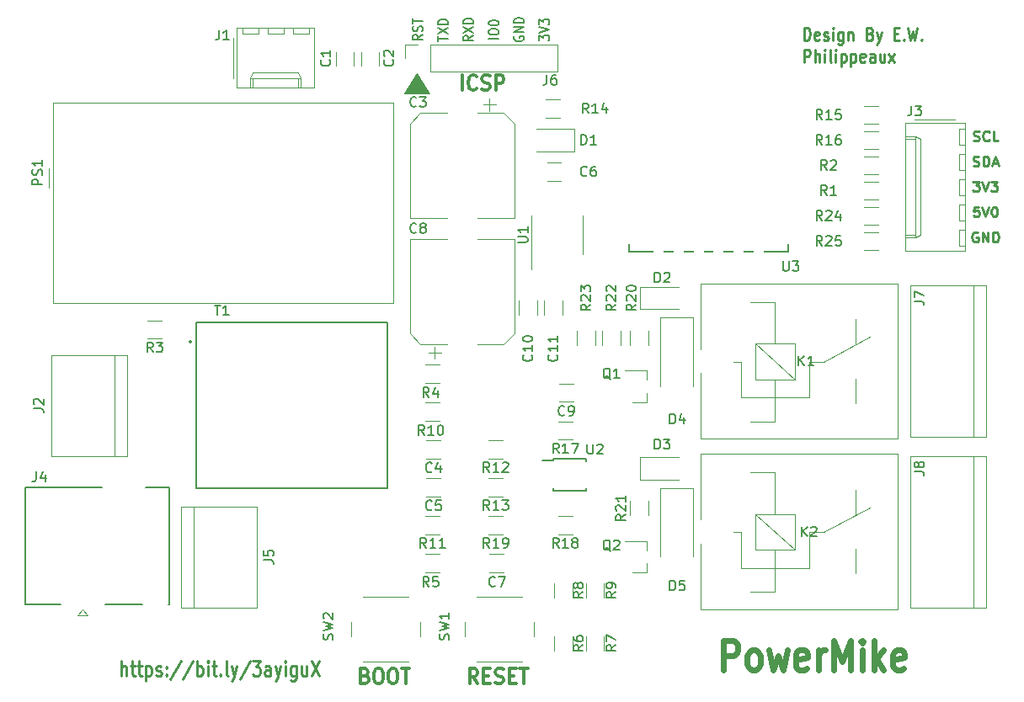
<source format=gto>
%TF.GenerationSoftware,KiCad,Pcbnew,(5.1.10)-1*%
%TF.CreationDate,2021-10-14T01:28:28-03:00*%
%TF.ProjectId,kicad,6b696361-642e-46b6-9963-61645f706362,rev?*%
%TF.SameCoordinates,Original*%
%TF.FileFunction,Legend,Top*%
%TF.FilePolarity,Positive*%
%FSLAX46Y46*%
G04 Gerber Fmt 4.6, Leading zero omitted, Abs format (unit mm)*
G04 Created by KiCad (PCBNEW (5.1.10)-1) date 2021-10-14 01:28:28*
%MOMM*%
%LPD*%
G01*
G04 APERTURE LIST*
%ADD10C,0.350000*%
%ADD11C,0.200000*%
%ADD12C,0.250000*%
%ADD13C,0.600000*%
%ADD14C,0.100000*%
%ADD15C,0.120000*%
%ADD16C,0.150000*%
%ADD17C,0.127000*%
%ADD18C,0.152400*%
%ADD19O,2.200000X4.000000*%
%ADD20O,4.000000X2.200000*%
%ADD21R,4.000000X2.200000*%
%ADD22C,7.000000*%
%ADD23R,0.900000X0.800000*%
%ADD24C,3.000000*%
%ADD25R,3.000000X3.000000*%
%ADD26R,2.000000X2.000000*%
%ADD27C,2.000000*%
%ADD28O,1.740000X2.190000*%
%ADD29O,2.190000X1.740000*%
%ADD30R,1.100000X2.500000*%
%ADD31R,2.500000X1.100000*%
%ADD32R,1.100000X0.250000*%
%ADD33C,2.500000*%
%ADD34O,1.700000X1.700000*%
%ADD35R,1.700000X1.700000*%
%ADD36R,1.800000X3.500000*%
G04 APERTURE END LIST*
D10*
X134752000Y-131972857D02*
X134952000Y-132044285D01*
X135018666Y-132115714D01*
X135085333Y-132258571D01*
X135085333Y-132472857D01*
X135018666Y-132615714D01*
X134952000Y-132687142D01*
X134818666Y-132758571D01*
X134285333Y-132758571D01*
X134285333Y-131258571D01*
X134752000Y-131258571D01*
X134885333Y-131330000D01*
X134952000Y-131401428D01*
X135018666Y-131544285D01*
X135018666Y-131687142D01*
X134952000Y-131830000D01*
X134885333Y-131901428D01*
X134752000Y-131972857D01*
X134285333Y-131972857D01*
X135952000Y-131258571D02*
X136218666Y-131258571D01*
X136352000Y-131330000D01*
X136485333Y-131472857D01*
X136552000Y-131758571D01*
X136552000Y-132258571D01*
X136485333Y-132544285D01*
X136352000Y-132687142D01*
X136218666Y-132758571D01*
X135952000Y-132758571D01*
X135818666Y-132687142D01*
X135685333Y-132544285D01*
X135618666Y-132258571D01*
X135618666Y-131758571D01*
X135685333Y-131472857D01*
X135818666Y-131330000D01*
X135952000Y-131258571D01*
X137418666Y-131258571D02*
X137685333Y-131258571D01*
X137818666Y-131330000D01*
X137952000Y-131472857D01*
X138018666Y-131758571D01*
X138018666Y-132258571D01*
X137952000Y-132544285D01*
X137818666Y-132687142D01*
X137685333Y-132758571D01*
X137418666Y-132758571D01*
X137285333Y-132687142D01*
X137152000Y-132544285D01*
X137085333Y-132258571D01*
X137085333Y-131758571D01*
X137152000Y-131472857D01*
X137285333Y-131330000D01*
X137418666Y-131258571D01*
X138418666Y-131258571D02*
X139218666Y-131258571D01*
X138818666Y-132758571D02*
X138818666Y-131258571D01*
X146048666Y-132758571D02*
X145582000Y-132044285D01*
X145248666Y-132758571D02*
X145248666Y-131258571D01*
X145782000Y-131258571D01*
X145915333Y-131330000D01*
X145982000Y-131401428D01*
X146048666Y-131544285D01*
X146048666Y-131758571D01*
X145982000Y-131901428D01*
X145915333Y-131972857D01*
X145782000Y-132044285D01*
X145248666Y-132044285D01*
X146648666Y-131972857D02*
X147115333Y-131972857D01*
X147315333Y-132758571D02*
X146648666Y-132758571D01*
X146648666Y-131258571D01*
X147315333Y-131258571D01*
X147848666Y-132687142D02*
X148048666Y-132758571D01*
X148382000Y-132758571D01*
X148515333Y-132687142D01*
X148582000Y-132615714D01*
X148648666Y-132472857D01*
X148648666Y-132330000D01*
X148582000Y-132187142D01*
X148515333Y-132115714D01*
X148382000Y-132044285D01*
X148115333Y-131972857D01*
X147982000Y-131901428D01*
X147915333Y-131830000D01*
X147848666Y-131687142D01*
X147848666Y-131544285D01*
X147915333Y-131401428D01*
X147982000Y-131330000D01*
X148115333Y-131258571D01*
X148448666Y-131258571D01*
X148648666Y-131330000D01*
X149248666Y-131972857D02*
X149715333Y-131972857D01*
X149915333Y-132758571D02*
X149248666Y-132758571D01*
X149248666Y-131258571D01*
X149915333Y-131258571D01*
X150315333Y-131258571D02*
X151115333Y-131258571D01*
X150715333Y-132758571D02*
X150715333Y-131258571D01*
D11*
X152249380Y-68106785D02*
X152249380Y-67549642D01*
X152630333Y-67849642D01*
X152630333Y-67721071D01*
X152677952Y-67635357D01*
X152725571Y-67592500D01*
X152820809Y-67549642D01*
X153058904Y-67549642D01*
X153154142Y-67592500D01*
X153201761Y-67635357D01*
X153249380Y-67721071D01*
X153249380Y-67978214D01*
X153201761Y-68063928D01*
X153154142Y-68106785D01*
X152249380Y-67292500D02*
X153249380Y-66992500D01*
X152249380Y-66692500D01*
X152249380Y-66478214D02*
X152249380Y-65921071D01*
X152630333Y-66221071D01*
X152630333Y-66092500D01*
X152677952Y-66006785D01*
X152725571Y-65963928D01*
X152820809Y-65921071D01*
X153058904Y-65921071D01*
X153154142Y-65963928D01*
X153201761Y-66006785D01*
X153249380Y-66092500D01*
X153249380Y-66349642D01*
X153201761Y-66435357D01*
X153154142Y-66478214D01*
X149757000Y-67678214D02*
X149709380Y-67763928D01*
X149709380Y-67892500D01*
X149757000Y-68021071D01*
X149852238Y-68106785D01*
X149947476Y-68149642D01*
X150137952Y-68192500D01*
X150280809Y-68192500D01*
X150471285Y-68149642D01*
X150566523Y-68106785D01*
X150661761Y-68021071D01*
X150709380Y-67892500D01*
X150709380Y-67806785D01*
X150661761Y-67678214D01*
X150614142Y-67635357D01*
X150280809Y-67635357D01*
X150280809Y-67806785D01*
X150709380Y-67249642D02*
X149709380Y-67249642D01*
X150709380Y-66735357D01*
X149709380Y-66735357D01*
X150709380Y-66306785D02*
X149709380Y-66306785D01*
X149709380Y-66092500D01*
X149757000Y-65963928D01*
X149852238Y-65878214D01*
X149947476Y-65835357D01*
X150137952Y-65792500D01*
X150280809Y-65792500D01*
X150471285Y-65835357D01*
X150566523Y-65878214D01*
X150661761Y-65963928D01*
X150709380Y-66092500D01*
X150709380Y-66306785D01*
X148169380Y-67892500D02*
X147169380Y-67892500D01*
X147169380Y-67292500D02*
X147169380Y-67121071D01*
X147217000Y-67035357D01*
X147312238Y-66949642D01*
X147502714Y-66906785D01*
X147836047Y-66906785D01*
X148026523Y-66949642D01*
X148121761Y-67035357D01*
X148169380Y-67121071D01*
X148169380Y-67292500D01*
X148121761Y-67378214D01*
X148026523Y-67463928D01*
X147836047Y-67506785D01*
X147502714Y-67506785D01*
X147312238Y-67463928D01*
X147217000Y-67378214D01*
X147169380Y-67292500D01*
X147169380Y-66349642D02*
X147169380Y-66263928D01*
X147217000Y-66178214D01*
X147264619Y-66135357D01*
X147359857Y-66092500D01*
X147550333Y-66049642D01*
X147788428Y-66049642D01*
X147978904Y-66092500D01*
X148074142Y-66135357D01*
X148121761Y-66178214D01*
X148169380Y-66263928D01*
X148169380Y-66349642D01*
X148121761Y-66435357D01*
X148074142Y-66478214D01*
X147978904Y-66521071D01*
X147788428Y-66563928D01*
X147550333Y-66563928D01*
X147359857Y-66521071D01*
X147264619Y-66478214D01*
X147217000Y-66435357D01*
X147169380Y-66349642D01*
X145629380Y-67592500D02*
X145153190Y-67892500D01*
X145629380Y-68106785D02*
X144629380Y-68106785D01*
X144629380Y-67763928D01*
X144677000Y-67678214D01*
X144724619Y-67635357D01*
X144819857Y-67592500D01*
X144962714Y-67592500D01*
X145057952Y-67635357D01*
X145105571Y-67678214D01*
X145153190Y-67763928D01*
X145153190Y-68106785D01*
X144629380Y-67292500D02*
X145629380Y-66692500D01*
X144629380Y-66692500D02*
X145629380Y-67292500D01*
X145629380Y-66349642D02*
X144629380Y-66349642D01*
X144629380Y-66135357D01*
X144677000Y-66006785D01*
X144772238Y-65921071D01*
X144867476Y-65878214D01*
X145057952Y-65835357D01*
X145200809Y-65835357D01*
X145391285Y-65878214D01*
X145486523Y-65921071D01*
X145581761Y-66006785D01*
X145629380Y-66135357D01*
X145629380Y-66349642D01*
X142089380Y-68128214D02*
X142089380Y-67613928D01*
X143089380Y-67871071D02*
X142089380Y-67871071D01*
X142089380Y-67399642D02*
X143089380Y-66799642D01*
X142089380Y-66799642D02*
X143089380Y-67399642D01*
X143089380Y-66456785D02*
X142089380Y-66456785D01*
X142089380Y-66242500D01*
X142137000Y-66113928D01*
X142232238Y-66028214D01*
X142327476Y-65985357D01*
X142517952Y-65942500D01*
X142660809Y-65942500D01*
X142851285Y-65985357D01*
X142946523Y-66028214D01*
X143041761Y-66113928D01*
X143089380Y-66242500D01*
X143089380Y-66456785D01*
X140533380Y-67485357D02*
X140057190Y-67785357D01*
X140533380Y-67999642D02*
X139533380Y-67999642D01*
X139533380Y-67656785D01*
X139581000Y-67571071D01*
X139628619Y-67528214D01*
X139723857Y-67485357D01*
X139866714Y-67485357D01*
X139961952Y-67528214D01*
X140009571Y-67571071D01*
X140057190Y-67656785D01*
X140057190Y-67999642D01*
X140485761Y-67142500D02*
X140533380Y-67013928D01*
X140533380Y-66799642D01*
X140485761Y-66713928D01*
X140438142Y-66671071D01*
X140342904Y-66628214D01*
X140247666Y-66628214D01*
X140152428Y-66671071D01*
X140104809Y-66713928D01*
X140057190Y-66799642D01*
X140009571Y-66971071D01*
X139961952Y-67056785D01*
X139914333Y-67099642D01*
X139819095Y-67142500D01*
X139723857Y-67142500D01*
X139628619Y-67099642D01*
X139581000Y-67056785D01*
X139533380Y-66971071D01*
X139533380Y-66756785D01*
X139581000Y-66628214D01*
X139533380Y-66371071D02*
X139533380Y-65856785D01*
X140533380Y-66113928D02*
X139533380Y-66113928D01*
D12*
X178859404Y-68068095D02*
X178859404Y-66768095D01*
X179121309Y-66768095D01*
X179278452Y-66830000D01*
X179383214Y-66953809D01*
X179435595Y-67077619D01*
X179487976Y-67325238D01*
X179487976Y-67510952D01*
X179435595Y-67758571D01*
X179383214Y-67882380D01*
X179278452Y-68006190D01*
X179121309Y-68068095D01*
X178859404Y-68068095D01*
X180378452Y-68006190D02*
X180273690Y-68068095D01*
X180064166Y-68068095D01*
X179959404Y-68006190D01*
X179907023Y-67882380D01*
X179907023Y-67387142D01*
X179959404Y-67263333D01*
X180064166Y-67201428D01*
X180273690Y-67201428D01*
X180378452Y-67263333D01*
X180430833Y-67387142D01*
X180430833Y-67510952D01*
X179907023Y-67634761D01*
X180849880Y-68006190D02*
X180954642Y-68068095D01*
X181164166Y-68068095D01*
X181268928Y-68006190D01*
X181321309Y-67882380D01*
X181321309Y-67820476D01*
X181268928Y-67696666D01*
X181164166Y-67634761D01*
X181007023Y-67634761D01*
X180902261Y-67572857D01*
X180849880Y-67449047D01*
X180849880Y-67387142D01*
X180902261Y-67263333D01*
X181007023Y-67201428D01*
X181164166Y-67201428D01*
X181268928Y-67263333D01*
X181792738Y-68068095D02*
X181792738Y-67201428D01*
X181792738Y-66768095D02*
X181740357Y-66830000D01*
X181792738Y-66891904D01*
X181845119Y-66830000D01*
X181792738Y-66768095D01*
X181792738Y-66891904D01*
X182787976Y-67201428D02*
X182787976Y-68253809D01*
X182735595Y-68377619D01*
X182683214Y-68439523D01*
X182578452Y-68501428D01*
X182421309Y-68501428D01*
X182316547Y-68439523D01*
X182787976Y-68006190D02*
X182683214Y-68068095D01*
X182473690Y-68068095D01*
X182368928Y-68006190D01*
X182316547Y-67944285D01*
X182264166Y-67820476D01*
X182264166Y-67449047D01*
X182316547Y-67325238D01*
X182368928Y-67263333D01*
X182473690Y-67201428D01*
X182683214Y-67201428D01*
X182787976Y-67263333D01*
X183311785Y-67201428D02*
X183311785Y-68068095D01*
X183311785Y-67325238D02*
X183364166Y-67263333D01*
X183468928Y-67201428D01*
X183626071Y-67201428D01*
X183730833Y-67263333D01*
X183783214Y-67387142D01*
X183783214Y-68068095D01*
X185511785Y-67387142D02*
X185668928Y-67449047D01*
X185721309Y-67510952D01*
X185773690Y-67634761D01*
X185773690Y-67820476D01*
X185721309Y-67944285D01*
X185668928Y-68006190D01*
X185564166Y-68068095D01*
X185145119Y-68068095D01*
X185145119Y-66768095D01*
X185511785Y-66768095D01*
X185616547Y-66830000D01*
X185668928Y-66891904D01*
X185721309Y-67015714D01*
X185721309Y-67139523D01*
X185668928Y-67263333D01*
X185616547Y-67325238D01*
X185511785Y-67387142D01*
X185145119Y-67387142D01*
X186140357Y-67201428D02*
X186402261Y-68068095D01*
X186664166Y-67201428D02*
X186402261Y-68068095D01*
X186297500Y-68377619D01*
X186245119Y-68439523D01*
X186140357Y-68501428D01*
X187921309Y-67387142D02*
X188287976Y-67387142D01*
X188445119Y-68068095D02*
X187921309Y-68068095D01*
X187921309Y-66768095D01*
X188445119Y-66768095D01*
X188916547Y-67944285D02*
X188968928Y-68006190D01*
X188916547Y-68068095D01*
X188864166Y-68006190D01*
X188916547Y-67944285D01*
X188916547Y-68068095D01*
X189335595Y-66768095D02*
X189597500Y-68068095D01*
X189807023Y-67139523D01*
X190016547Y-68068095D01*
X190278452Y-66768095D01*
X190697500Y-67944285D02*
X190749880Y-68006190D01*
X190697500Y-68068095D01*
X190645119Y-68006190D01*
X190697500Y-67944285D01*
X190697500Y-68068095D01*
X178859404Y-70268095D02*
X178859404Y-68968095D01*
X179278452Y-68968095D01*
X179383214Y-69030000D01*
X179435595Y-69091904D01*
X179487976Y-69215714D01*
X179487976Y-69401428D01*
X179435595Y-69525238D01*
X179383214Y-69587142D01*
X179278452Y-69649047D01*
X178859404Y-69649047D01*
X179959404Y-70268095D02*
X179959404Y-68968095D01*
X180430833Y-70268095D02*
X180430833Y-69587142D01*
X180378452Y-69463333D01*
X180273690Y-69401428D01*
X180116547Y-69401428D01*
X180011785Y-69463333D01*
X179959404Y-69525238D01*
X180954642Y-70268095D02*
X180954642Y-69401428D01*
X180954642Y-68968095D02*
X180902261Y-69030000D01*
X180954642Y-69091904D01*
X181007023Y-69030000D01*
X180954642Y-68968095D01*
X180954642Y-69091904D01*
X181635595Y-70268095D02*
X181530833Y-70206190D01*
X181478452Y-70082380D01*
X181478452Y-68968095D01*
X182054642Y-70268095D02*
X182054642Y-69401428D01*
X182054642Y-68968095D02*
X182002261Y-69030000D01*
X182054642Y-69091904D01*
X182107023Y-69030000D01*
X182054642Y-68968095D01*
X182054642Y-69091904D01*
X182578452Y-69401428D02*
X182578452Y-70701428D01*
X182578452Y-69463333D02*
X182683214Y-69401428D01*
X182892738Y-69401428D01*
X182997500Y-69463333D01*
X183049880Y-69525238D01*
X183102261Y-69649047D01*
X183102261Y-70020476D01*
X183049880Y-70144285D01*
X182997500Y-70206190D01*
X182892738Y-70268095D01*
X182683214Y-70268095D01*
X182578452Y-70206190D01*
X183573690Y-69401428D02*
X183573690Y-70701428D01*
X183573690Y-69463333D02*
X183678452Y-69401428D01*
X183887976Y-69401428D01*
X183992738Y-69463333D01*
X184045119Y-69525238D01*
X184097500Y-69649047D01*
X184097500Y-70020476D01*
X184045119Y-70144285D01*
X183992738Y-70206190D01*
X183887976Y-70268095D01*
X183678452Y-70268095D01*
X183573690Y-70206190D01*
X184987976Y-70206190D02*
X184883214Y-70268095D01*
X184673690Y-70268095D01*
X184568928Y-70206190D01*
X184516547Y-70082380D01*
X184516547Y-69587142D01*
X184568928Y-69463333D01*
X184673690Y-69401428D01*
X184883214Y-69401428D01*
X184987976Y-69463333D01*
X185040357Y-69587142D01*
X185040357Y-69710952D01*
X184516547Y-69834761D01*
X185983214Y-70268095D02*
X185983214Y-69587142D01*
X185930833Y-69463333D01*
X185826071Y-69401428D01*
X185616547Y-69401428D01*
X185511785Y-69463333D01*
X185983214Y-70206190D02*
X185878452Y-70268095D01*
X185616547Y-70268095D01*
X185511785Y-70206190D01*
X185459404Y-70082380D01*
X185459404Y-69958571D01*
X185511785Y-69834761D01*
X185616547Y-69772857D01*
X185878452Y-69772857D01*
X185983214Y-69710952D01*
X186978452Y-69401428D02*
X186978452Y-70268095D01*
X186507023Y-69401428D02*
X186507023Y-70082380D01*
X186559404Y-70206190D01*
X186664166Y-70268095D01*
X186821309Y-70268095D01*
X186926071Y-70206190D01*
X186978452Y-70144285D01*
X187397500Y-70268095D02*
X187973690Y-69401428D01*
X187397500Y-69401428D02*
X187973690Y-70268095D01*
X110256285Y-131996571D02*
X110256285Y-130496571D01*
X110770571Y-131996571D02*
X110770571Y-131210857D01*
X110713428Y-131068000D01*
X110599142Y-130996571D01*
X110427714Y-130996571D01*
X110313428Y-131068000D01*
X110256285Y-131139428D01*
X111170571Y-130996571D02*
X111627714Y-130996571D01*
X111342000Y-130496571D02*
X111342000Y-131782285D01*
X111399142Y-131925142D01*
X111513428Y-131996571D01*
X111627714Y-131996571D01*
X111856285Y-130996571D02*
X112313428Y-130996571D01*
X112027714Y-130496571D02*
X112027714Y-131782285D01*
X112084857Y-131925142D01*
X112199142Y-131996571D01*
X112313428Y-131996571D01*
X112713428Y-130996571D02*
X112713428Y-132496571D01*
X112713428Y-131068000D02*
X112827714Y-130996571D01*
X113056285Y-130996571D01*
X113170571Y-131068000D01*
X113227714Y-131139428D01*
X113284857Y-131282285D01*
X113284857Y-131710857D01*
X113227714Y-131853714D01*
X113170571Y-131925142D01*
X113056285Y-131996571D01*
X112827714Y-131996571D01*
X112713428Y-131925142D01*
X113742000Y-131925142D02*
X113856285Y-131996571D01*
X114084857Y-131996571D01*
X114199142Y-131925142D01*
X114256285Y-131782285D01*
X114256285Y-131710857D01*
X114199142Y-131568000D01*
X114084857Y-131496571D01*
X113913428Y-131496571D01*
X113799142Y-131425142D01*
X113742000Y-131282285D01*
X113742000Y-131210857D01*
X113799142Y-131068000D01*
X113913428Y-130996571D01*
X114084857Y-130996571D01*
X114199142Y-131068000D01*
X114770571Y-131853714D02*
X114827714Y-131925142D01*
X114770571Y-131996571D01*
X114713428Y-131925142D01*
X114770571Y-131853714D01*
X114770571Y-131996571D01*
X114770571Y-131068000D02*
X114827714Y-131139428D01*
X114770571Y-131210857D01*
X114713428Y-131139428D01*
X114770571Y-131068000D01*
X114770571Y-131210857D01*
X116199142Y-130425142D02*
X115170571Y-132353714D01*
X117456285Y-130425142D02*
X116427714Y-132353714D01*
X117856285Y-131996571D02*
X117856285Y-130496571D01*
X117856285Y-131068000D02*
X117970571Y-130996571D01*
X118199142Y-130996571D01*
X118313428Y-131068000D01*
X118370571Y-131139428D01*
X118427714Y-131282285D01*
X118427714Y-131710857D01*
X118370571Y-131853714D01*
X118313428Y-131925142D01*
X118199142Y-131996571D01*
X117970571Y-131996571D01*
X117856285Y-131925142D01*
X118942000Y-131996571D02*
X118942000Y-130996571D01*
X118942000Y-130496571D02*
X118884857Y-130568000D01*
X118942000Y-130639428D01*
X118999142Y-130568000D01*
X118942000Y-130496571D01*
X118942000Y-130639428D01*
X119342000Y-130996571D02*
X119799142Y-130996571D01*
X119513428Y-130496571D02*
X119513428Y-131782285D01*
X119570571Y-131925142D01*
X119684857Y-131996571D01*
X119799142Y-131996571D01*
X120199142Y-131853714D02*
X120256285Y-131925142D01*
X120199142Y-131996571D01*
X120142000Y-131925142D01*
X120199142Y-131853714D01*
X120199142Y-131996571D01*
X120942000Y-131996571D02*
X120827714Y-131925142D01*
X120770571Y-131782285D01*
X120770571Y-130496571D01*
X121284857Y-130996571D02*
X121570571Y-131996571D01*
X121856285Y-130996571D02*
X121570571Y-131996571D01*
X121456285Y-132353714D01*
X121399142Y-132425142D01*
X121284857Y-132496571D01*
X123170571Y-130425142D02*
X122142000Y-132353714D01*
X123456285Y-130496571D02*
X124199142Y-130496571D01*
X123799142Y-131068000D01*
X123970571Y-131068000D01*
X124084857Y-131139428D01*
X124142000Y-131210857D01*
X124199142Y-131353714D01*
X124199142Y-131710857D01*
X124142000Y-131853714D01*
X124084857Y-131925142D01*
X123970571Y-131996571D01*
X123627714Y-131996571D01*
X123513428Y-131925142D01*
X123456285Y-131853714D01*
X125227714Y-131996571D02*
X125227714Y-131210857D01*
X125170571Y-131068000D01*
X125056285Y-130996571D01*
X124827714Y-130996571D01*
X124713428Y-131068000D01*
X125227714Y-131925142D02*
X125113428Y-131996571D01*
X124827714Y-131996571D01*
X124713428Y-131925142D01*
X124656285Y-131782285D01*
X124656285Y-131639428D01*
X124713428Y-131496571D01*
X124827714Y-131425142D01*
X125113428Y-131425142D01*
X125227714Y-131353714D01*
X125684857Y-130996571D02*
X125970571Y-131996571D01*
X126256285Y-130996571D02*
X125970571Y-131996571D01*
X125856285Y-132353714D01*
X125799142Y-132425142D01*
X125684857Y-132496571D01*
X126713428Y-131996571D02*
X126713428Y-130996571D01*
X126713428Y-130496571D02*
X126656285Y-130568000D01*
X126713428Y-130639428D01*
X126770571Y-130568000D01*
X126713428Y-130496571D01*
X126713428Y-130639428D01*
X127799142Y-130996571D02*
X127799142Y-132210857D01*
X127742000Y-132353714D01*
X127684857Y-132425142D01*
X127570571Y-132496571D01*
X127399142Y-132496571D01*
X127284857Y-132425142D01*
X127799142Y-131925142D02*
X127684857Y-131996571D01*
X127456285Y-131996571D01*
X127342000Y-131925142D01*
X127284857Y-131853714D01*
X127227714Y-131710857D01*
X127227714Y-131282285D01*
X127284857Y-131139428D01*
X127342000Y-131068000D01*
X127456285Y-130996571D01*
X127684857Y-130996571D01*
X127799142Y-131068000D01*
X128884857Y-130996571D02*
X128884857Y-131996571D01*
X128370571Y-130996571D02*
X128370571Y-131782285D01*
X128427714Y-131925142D01*
X128542000Y-131996571D01*
X128713428Y-131996571D01*
X128827714Y-131925142D01*
X128884857Y-131853714D01*
X129342000Y-130496571D02*
X130142000Y-131996571D01*
X130142000Y-130496571D02*
X129342000Y-131996571D01*
D13*
X170784380Y-131405142D02*
X170784380Y-128405142D01*
X171736761Y-128405142D01*
X171974857Y-128548000D01*
X172093904Y-128690857D01*
X172212952Y-128976571D01*
X172212952Y-129405142D01*
X172093904Y-129690857D01*
X171974857Y-129833714D01*
X171736761Y-129976571D01*
X170784380Y-129976571D01*
X173641523Y-131405142D02*
X173403428Y-131262285D01*
X173284380Y-131119428D01*
X173165333Y-130833714D01*
X173165333Y-129976571D01*
X173284380Y-129690857D01*
X173403428Y-129548000D01*
X173641523Y-129405142D01*
X173998666Y-129405142D01*
X174236761Y-129548000D01*
X174355809Y-129690857D01*
X174474857Y-129976571D01*
X174474857Y-130833714D01*
X174355809Y-131119428D01*
X174236761Y-131262285D01*
X173998666Y-131405142D01*
X173641523Y-131405142D01*
X175308190Y-129405142D02*
X175784380Y-131405142D01*
X176260571Y-129976571D01*
X176736761Y-131405142D01*
X177212952Y-129405142D01*
X179117714Y-131262285D02*
X178879619Y-131405142D01*
X178403428Y-131405142D01*
X178165333Y-131262285D01*
X178046285Y-130976571D01*
X178046285Y-129833714D01*
X178165333Y-129548000D01*
X178403428Y-129405142D01*
X178879619Y-129405142D01*
X179117714Y-129548000D01*
X179236761Y-129833714D01*
X179236761Y-130119428D01*
X178046285Y-130405142D01*
X180308190Y-131405142D02*
X180308190Y-129405142D01*
X180308190Y-129976571D02*
X180427238Y-129690857D01*
X180546285Y-129548000D01*
X180784380Y-129405142D01*
X181022476Y-129405142D01*
X181855809Y-131405142D02*
X181855809Y-128405142D01*
X182689142Y-130548000D01*
X183522476Y-128405142D01*
X183522476Y-131405142D01*
X184712952Y-131405142D02*
X184712952Y-129405142D01*
X184712952Y-128405142D02*
X184593904Y-128548000D01*
X184712952Y-128690857D01*
X184832000Y-128548000D01*
X184712952Y-128405142D01*
X184712952Y-128690857D01*
X185903428Y-131405142D02*
X185903428Y-128405142D01*
X186141523Y-130262285D02*
X186855809Y-131405142D01*
X186855809Y-129405142D02*
X185903428Y-130548000D01*
X188879619Y-131262285D02*
X188641523Y-131405142D01*
X188165333Y-131405142D01*
X187927238Y-131262285D01*
X187808190Y-130976571D01*
X187808190Y-129833714D01*
X187927238Y-129548000D01*
X188165333Y-129405142D01*
X188641523Y-129405142D01*
X188879619Y-129548000D01*
X188998666Y-129833714D01*
X188998666Y-130119428D01*
X187808190Y-130405142D01*
D12*
X196342095Y-87384000D02*
X196246857Y-87336380D01*
X196104000Y-87336380D01*
X195961142Y-87384000D01*
X195865904Y-87479238D01*
X195818285Y-87574476D01*
X195770666Y-87764952D01*
X195770666Y-87907809D01*
X195818285Y-88098285D01*
X195865904Y-88193523D01*
X195961142Y-88288761D01*
X196104000Y-88336380D01*
X196199238Y-88336380D01*
X196342095Y-88288761D01*
X196389714Y-88241142D01*
X196389714Y-87907809D01*
X196199238Y-87907809D01*
X196818285Y-88336380D02*
X196818285Y-87336380D01*
X197389714Y-88336380D01*
X197389714Y-87336380D01*
X197865904Y-88336380D02*
X197865904Y-87336380D01*
X198104000Y-87336380D01*
X198246857Y-87384000D01*
X198342095Y-87479238D01*
X198389714Y-87574476D01*
X198437333Y-87764952D01*
X198437333Y-87907809D01*
X198389714Y-88098285D01*
X198342095Y-88193523D01*
X198246857Y-88288761D01*
X198104000Y-88336380D01*
X197865904Y-88336380D01*
X196437333Y-84796380D02*
X195961142Y-84796380D01*
X195913523Y-85272571D01*
X195961142Y-85224952D01*
X196056380Y-85177333D01*
X196294476Y-85177333D01*
X196389714Y-85224952D01*
X196437333Y-85272571D01*
X196484952Y-85367809D01*
X196484952Y-85605904D01*
X196437333Y-85701142D01*
X196389714Y-85748761D01*
X196294476Y-85796380D01*
X196056380Y-85796380D01*
X195961142Y-85748761D01*
X195913523Y-85701142D01*
X196770666Y-84796380D02*
X197104000Y-85796380D01*
X197437333Y-84796380D01*
X197961142Y-84796380D02*
X198056380Y-84796380D01*
X198151619Y-84844000D01*
X198199238Y-84891619D01*
X198246857Y-84986857D01*
X198294476Y-85177333D01*
X198294476Y-85415428D01*
X198246857Y-85605904D01*
X198199238Y-85701142D01*
X198151619Y-85748761D01*
X198056380Y-85796380D01*
X197961142Y-85796380D01*
X197865904Y-85748761D01*
X197818285Y-85701142D01*
X197770666Y-85605904D01*
X197723047Y-85415428D01*
X197723047Y-85177333D01*
X197770666Y-84986857D01*
X197818285Y-84891619D01*
X197865904Y-84844000D01*
X197961142Y-84796380D01*
X195865904Y-82256380D02*
X196484952Y-82256380D01*
X196151619Y-82637333D01*
X196294476Y-82637333D01*
X196389714Y-82684952D01*
X196437333Y-82732571D01*
X196484952Y-82827809D01*
X196484952Y-83065904D01*
X196437333Y-83161142D01*
X196389714Y-83208761D01*
X196294476Y-83256380D01*
X196008761Y-83256380D01*
X195913523Y-83208761D01*
X195865904Y-83161142D01*
X196770666Y-82256380D02*
X197104000Y-83256380D01*
X197437333Y-82256380D01*
X197675428Y-82256380D02*
X198294476Y-82256380D01*
X197961142Y-82637333D01*
X198104000Y-82637333D01*
X198199238Y-82684952D01*
X198246857Y-82732571D01*
X198294476Y-82827809D01*
X198294476Y-83065904D01*
X198246857Y-83161142D01*
X198199238Y-83208761D01*
X198104000Y-83256380D01*
X197818285Y-83256380D01*
X197723047Y-83208761D01*
X197675428Y-83161142D01*
X195889714Y-80668761D02*
X196032571Y-80716380D01*
X196270666Y-80716380D01*
X196365904Y-80668761D01*
X196413523Y-80621142D01*
X196461142Y-80525904D01*
X196461142Y-80430666D01*
X196413523Y-80335428D01*
X196365904Y-80287809D01*
X196270666Y-80240190D01*
X196080190Y-80192571D01*
X195984952Y-80144952D01*
X195937333Y-80097333D01*
X195889714Y-80002095D01*
X195889714Y-79906857D01*
X195937333Y-79811619D01*
X195984952Y-79764000D01*
X196080190Y-79716380D01*
X196318285Y-79716380D01*
X196461142Y-79764000D01*
X196889714Y-80716380D02*
X196889714Y-79716380D01*
X197127809Y-79716380D01*
X197270666Y-79764000D01*
X197365904Y-79859238D01*
X197413523Y-79954476D01*
X197461142Y-80144952D01*
X197461142Y-80287809D01*
X197413523Y-80478285D01*
X197365904Y-80573523D01*
X197270666Y-80668761D01*
X197127809Y-80716380D01*
X196889714Y-80716380D01*
X197842095Y-80430666D02*
X198318285Y-80430666D01*
X197746857Y-80716380D02*
X198080190Y-79716380D01*
X198413523Y-80716380D01*
X195913523Y-78128761D02*
X196056380Y-78176380D01*
X196294476Y-78176380D01*
X196389714Y-78128761D01*
X196437333Y-78081142D01*
X196484952Y-77985904D01*
X196484952Y-77890666D01*
X196437333Y-77795428D01*
X196389714Y-77747809D01*
X196294476Y-77700190D01*
X196104000Y-77652571D01*
X196008761Y-77604952D01*
X195961142Y-77557333D01*
X195913523Y-77462095D01*
X195913523Y-77366857D01*
X195961142Y-77271619D01*
X196008761Y-77224000D01*
X196104000Y-77176380D01*
X196342095Y-77176380D01*
X196484952Y-77224000D01*
X197484952Y-78081142D02*
X197437333Y-78128761D01*
X197294476Y-78176380D01*
X197199238Y-78176380D01*
X197056380Y-78128761D01*
X196961142Y-78033523D01*
X196913523Y-77938285D01*
X196865904Y-77747809D01*
X196865904Y-77604952D01*
X196913523Y-77414476D01*
X196961142Y-77319238D01*
X197056380Y-77224000D01*
X197199238Y-77176380D01*
X197294476Y-77176380D01*
X197437333Y-77224000D01*
X197484952Y-77271619D01*
X198389714Y-78176380D02*
X197913523Y-78176380D01*
X197913523Y-77176380D01*
D10*
X144491333Y-73068571D02*
X144491333Y-71568571D01*
X145958000Y-72925714D02*
X145891333Y-72997142D01*
X145691333Y-73068571D01*
X145558000Y-73068571D01*
X145358000Y-72997142D01*
X145224666Y-72854285D01*
X145158000Y-72711428D01*
X145091333Y-72425714D01*
X145091333Y-72211428D01*
X145158000Y-71925714D01*
X145224666Y-71782857D01*
X145358000Y-71640000D01*
X145558000Y-71568571D01*
X145691333Y-71568571D01*
X145891333Y-71640000D01*
X145958000Y-71711428D01*
X146491333Y-72997142D02*
X146691333Y-73068571D01*
X147024666Y-73068571D01*
X147158000Y-72997142D01*
X147224666Y-72925714D01*
X147291333Y-72782857D01*
X147291333Y-72640000D01*
X147224666Y-72497142D01*
X147158000Y-72425714D01*
X147024666Y-72354285D01*
X146758000Y-72282857D01*
X146624666Y-72211428D01*
X146558000Y-72140000D01*
X146491333Y-71997142D01*
X146491333Y-71854285D01*
X146558000Y-71711428D01*
X146624666Y-71640000D01*
X146758000Y-71568571D01*
X147091333Y-71568571D01*
X147291333Y-71640000D01*
X147891333Y-73068571D02*
X147891333Y-71568571D01*
X148424666Y-71568571D01*
X148558000Y-71640000D01*
X148624666Y-71711428D01*
X148691333Y-71854285D01*
X148691333Y-72068571D01*
X148624666Y-72211428D01*
X148558000Y-72282857D01*
X148424666Y-72354285D01*
X147891333Y-72354285D01*
D14*
G36*
X141224000Y-73406000D02*
G01*
X138684000Y-73406000D01*
X139954000Y-71374000D01*
X141224000Y-73406000D01*
G37*
X141224000Y-73406000D02*
X138684000Y-73406000D01*
X139954000Y-71374000D01*
X141224000Y-73406000D01*
D15*
%TO.C,J4*%
X106865000Y-125875000D02*
X106365000Y-125325000D01*
X105865000Y-125875000D02*
X106865000Y-125875000D01*
X106365000Y-125325000D02*
X105865000Y-125875000D01*
D16*
X100565000Y-113025000D02*
X108315000Y-113025000D01*
X112665000Y-113025000D02*
X115065000Y-113025000D01*
X115065000Y-113025000D02*
X115065000Y-124825000D01*
X115065000Y-124825000D02*
X114965000Y-124825000D01*
X112365000Y-124825000D02*
X108615000Y-124825000D01*
X104115000Y-124825000D02*
X100565000Y-124825000D01*
X100565000Y-124825000D02*
X100565000Y-113025000D01*
D15*
%TO.C,Q2*%
X163050000Y-121595000D02*
X161590000Y-121595000D01*
X163050000Y-118435000D02*
X160890000Y-118435000D01*
X163050000Y-118435000D02*
X163050000Y-119365000D01*
X163050000Y-121595000D02*
X163050000Y-120665000D01*
%TO.C,J5*%
X117475000Y-125095000D02*
X117475000Y-114935000D01*
X116205000Y-125095000D02*
X123825000Y-125095000D01*
X123825000Y-125095000D02*
X123825000Y-114935000D01*
X123825000Y-114935000D02*
X116205000Y-114935000D01*
X116205000Y-114935000D02*
X116205000Y-125095000D01*
%TO.C,J8*%
X197215000Y-125095000D02*
X197215000Y-109855000D01*
X189595000Y-125095000D02*
X189595000Y-109855000D01*
X195945000Y-125095000D02*
X195945000Y-109855000D01*
X197215000Y-109855000D02*
X189595000Y-109855000D01*
X197215000Y-125095000D02*
X189595000Y-125095000D01*
%TO.C,PS1*%
X102985000Y-80915000D02*
X102985000Y-82925000D01*
X137575000Y-74315000D02*
X103375000Y-74315000D01*
X137575000Y-94515000D02*
X137575000Y-74315000D01*
X103375000Y-94515000D02*
X137575000Y-94515000D01*
X103375000Y-74315000D02*
X103375000Y-94515000D01*
D11*
%TO.C,T1*%
X117265000Y-98375000D02*
G75*
G03*
X117265000Y-98375000I-100000J0D01*
G01*
D17*
X136965000Y-96425000D02*
X136965000Y-113125000D01*
X136965000Y-113125000D02*
X117765000Y-113125000D01*
X117765000Y-113125000D02*
X117765000Y-96425000D01*
X117765000Y-96425000D02*
X136965000Y-96425000D01*
D15*
%TO.C,R11*%
X142254564Y-115930000D02*
X140800436Y-115930000D01*
X142254564Y-117750000D02*
X140800436Y-117750000D01*
%TO.C,R10*%
X142254564Y-104500000D02*
X140800436Y-104500000D01*
X142254564Y-106320000D02*
X140800436Y-106320000D01*
%TO.C,R13*%
X148604564Y-112120000D02*
X147150436Y-112120000D01*
X148604564Y-113940000D02*
X147150436Y-113940000D01*
%TO.C,R12*%
X148604564Y-108310000D02*
X147150436Y-108310000D01*
X148604564Y-110130000D02*
X147150436Y-110130000D01*
%TO.C,C4*%
X142338752Y-108310000D02*
X140916248Y-108310000D01*
X142338752Y-110130000D02*
X140916248Y-110130000D01*
%TO.C,C5*%
X142338752Y-113940000D02*
X140916248Y-113940000D01*
X142338752Y-112120000D02*
X140916248Y-112120000D01*
%TO.C,J2*%
X109585000Y-99695000D02*
X109585000Y-109855000D01*
X110855000Y-99695000D02*
X103235000Y-99695000D01*
X103235000Y-99695000D02*
X103235000Y-109855000D01*
X103235000Y-109855000D02*
X110855000Y-109855000D01*
X110855000Y-109855000D02*
X110855000Y-99695000D01*
%TO.C,C8*%
X140314437Y-98605000D02*
X139250000Y-97540563D01*
X140314437Y-98605000D02*
X143000000Y-98605000D01*
X148705563Y-98605000D02*
X146020000Y-98605000D01*
X149770000Y-97540563D02*
X149770000Y-88085000D01*
X139250000Y-97540563D02*
X139250000Y-88085000D01*
X141125000Y-99470000D02*
X142375000Y-99470000D01*
X139250000Y-88085000D02*
X143000000Y-88085000D01*
X149770000Y-88085000D02*
X146020000Y-88085000D01*
X141750000Y-100095000D02*
X141750000Y-98845000D01*
X148705563Y-98605000D02*
X149770000Y-97540563D01*
%TO.C,C3*%
X148705563Y-75385000D02*
X149770000Y-76449437D01*
X148705563Y-75385000D02*
X146020000Y-75385000D01*
X140314437Y-75385000D02*
X143000000Y-75385000D01*
X139250000Y-76449437D02*
X139250000Y-85905000D01*
X149770000Y-76449437D02*
X149770000Y-85905000D01*
X147895000Y-74520000D02*
X146645000Y-74520000D01*
X149770000Y-85905000D02*
X146020000Y-85905000D01*
X139250000Y-85905000D02*
X143000000Y-85905000D01*
X147270000Y-73895000D02*
X147270000Y-75145000D01*
X140314437Y-75385000D02*
X139250000Y-76449437D01*
%TO.C,C1*%
X131805000Y-70633752D02*
X131805000Y-69211248D01*
X133625000Y-70633752D02*
X133625000Y-69211248D01*
%TO.C,J1*%
X121810000Y-66820000D02*
X121810000Y-72840000D01*
X121810000Y-72840000D02*
X129650000Y-72840000D01*
X129650000Y-72840000D02*
X129650000Y-66820000D01*
X129650000Y-66820000D02*
X121810000Y-66820000D01*
X121520000Y-67850000D02*
X121520000Y-71850000D01*
X123190000Y-72840000D02*
X123190000Y-71840000D01*
X123190000Y-71840000D02*
X128270000Y-71840000D01*
X128270000Y-71840000D02*
X128270000Y-72840000D01*
X123190000Y-71840000D02*
X123440000Y-71310000D01*
X123440000Y-71310000D02*
X128020000Y-71310000D01*
X128020000Y-71310000D02*
X128270000Y-71840000D01*
X123440000Y-72840000D02*
X123440000Y-71840000D01*
X128020000Y-72840000D02*
X128020000Y-71840000D01*
X122390000Y-66820000D02*
X122390000Y-67420000D01*
X122390000Y-67420000D02*
X123990000Y-67420000D01*
X123990000Y-67420000D02*
X123990000Y-66820000D01*
X124930000Y-66820000D02*
X124930000Y-67420000D01*
X124930000Y-67420000D02*
X126530000Y-67420000D01*
X126530000Y-67420000D02*
X126530000Y-66820000D01*
X127470000Y-66820000D02*
X127470000Y-67420000D01*
X127470000Y-67420000D02*
X129070000Y-67420000D01*
X129070000Y-67420000D02*
X129070000Y-66820000D01*
%TO.C,J3*%
X195054000Y-76344000D02*
X189034000Y-76344000D01*
X189034000Y-76344000D02*
X189034000Y-89264000D01*
X189034000Y-89264000D02*
X195054000Y-89264000D01*
X195054000Y-89264000D02*
X195054000Y-76344000D01*
X194024000Y-76054000D02*
X190024000Y-76054000D01*
X189034000Y-77724000D02*
X190034000Y-77724000D01*
X190034000Y-77724000D02*
X190034000Y-87884000D01*
X190034000Y-87884000D02*
X189034000Y-87884000D01*
X190034000Y-77724000D02*
X190564000Y-77974000D01*
X190564000Y-77974000D02*
X190564000Y-87634000D01*
X190564000Y-87634000D02*
X190034000Y-87884000D01*
X189034000Y-77974000D02*
X190034000Y-77974000D01*
X189034000Y-87634000D02*
X190034000Y-87634000D01*
X195054000Y-76924000D02*
X194454000Y-76924000D01*
X194454000Y-76924000D02*
X194454000Y-78524000D01*
X194454000Y-78524000D02*
X195054000Y-78524000D01*
X195054000Y-79464000D02*
X194454000Y-79464000D01*
X194454000Y-79464000D02*
X194454000Y-81064000D01*
X194454000Y-81064000D02*
X195054000Y-81064000D01*
X195054000Y-82004000D02*
X194454000Y-82004000D01*
X194454000Y-82004000D02*
X194454000Y-83604000D01*
X194454000Y-83604000D02*
X195054000Y-83604000D01*
X195054000Y-84544000D02*
X194454000Y-84544000D01*
X194454000Y-84544000D02*
X194454000Y-86144000D01*
X194454000Y-86144000D02*
X195054000Y-86144000D01*
X195054000Y-87084000D02*
X194454000Y-87084000D01*
X194454000Y-87084000D02*
X194454000Y-88684000D01*
X194454000Y-88684000D02*
X195054000Y-88684000D01*
%TO.C,R25*%
X184865436Y-87355000D02*
X186319564Y-87355000D01*
X184865436Y-89175000D02*
X186319564Y-89175000D01*
%TO.C,R24*%
X186319564Y-86635000D02*
X184865436Y-86635000D01*
X186319564Y-84815000D02*
X184865436Y-84815000D01*
%TO.C,R23*%
X156062000Y-98709564D02*
X156062000Y-97255436D01*
X157882000Y-98709564D02*
X157882000Y-97255436D01*
%TO.C,R22*%
X158602000Y-98709564D02*
X158602000Y-97255436D01*
X160422000Y-98709564D02*
X160422000Y-97255436D01*
%TO.C,R21*%
X163200000Y-114400436D02*
X163200000Y-115854564D01*
X161380000Y-114400436D02*
X161380000Y-115854564D01*
%TO.C,R20*%
X163200000Y-97255436D02*
X163200000Y-98709564D01*
X161380000Y-97255436D02*
X161380000Y-98709564D01*
%TO.C,R19*%
X148604564Y-117750000D02*
X147150436Y-117750000D01*
X148604564Y-115930000D02*
X147150436Y-115930000D01*
%TO.C,R18*%
X155589564Y-117750000D02*
X154135436Y-117750000D01*
X155589564Y-115930000D02*
X154135436Y-115930000D01*
%TO.C,C11*%
X154580000Y-94246248D02*
X154580000Y-95668752D01*
X152760000Y-94246248D02*
X152760000Y-95668752D01*
%TO.C,C10*%
X152040000Y-94246248D02*
X152040000Y-95668752D01*
X150220000Y-94246248D02*
X150220000Y-95668752D01*
D18*
%TO.C,U3*%
X177276000Y-89281000D02*
X177276000Y-88519000D01*
X161274000Y-89281000D02*
X177276000Y-89281000D01*
X161274000Y-88519000D02*
X161274000Y-89281000D01*
D16*
%TO.C,U2*%
X153680000Y-110135000D02*
X153680000Y-110310000D01*
X156930000Y-110135000D02*
X156930000Y-110410000D01*
X156930000Y-113385000D02*
X156930000Y-113110000D01*
X153680000Y-113385000D02*
X153680000Y-113110000D01*
X153680000Y-110135000D02*
X156930000Y-110135000D01*
X153680000Y-113385000D02*
X156930000Y-113385000D01*
X153680000Y-110310000D02*
X152605000Y-110310000D01*
D15*
%TO.C,U1*%
X151475000Y-87630000D02*
X151475000Y-91080000D01*
X151475000Y-87630000D02*
X151475000Y-85680000D01*
X156595000Y-87630000D02*
X156595000Y-89580000D01*
X156595000Y-87630000D02*
X156595000Y-85680000D01*
%TO.C,SW1*%
X151745000Y-128040000D02*
X151745000Y-126540000D01*
X150495000Y-124040000D02*
X145995000Y-124040000D01*
X144745000Y-126540000D02*
X144745000Y-128040000D01*
X145995000Y-130540000D02*
X150495000Y-130540000D01*
%TO.C,R9*%
X156935000Y-122655436D02*
X156935000Y-124109564D01*
X158755000Y-122655436D02*
X158755000Y-124109564D01*
%TO.C,R6*%
X153760000Y-127985436D02*
X153760000Y-129439564D01*
X155580000Y-127985436D02*
X155580000Y-129439564D01*
%TO.C,R5*%
X140800436Y-121560000D02*
X142254564Y-121560000D01*
X140800436Y-119740000D02*
X142254564Y-119740000D01*
%TO.C,R17*%
X155589564Y-106405000D02*
X154135436Y-106405000D01*
X155589564Y-108225000D02*
X154135436Y-108225000D01*
%TO.C,R15*%
X184865436Y-76475000D02*
X186319564Y-76475000D01*
X184865436Y-74655000D02*
X186319564Y-74655000D01*
%TO.C,R16*%
X184865436Y-79015000D02*
X186319564Y-79015000D01*
X184865436Y-77195000D02*
X186319564Y-77195000D01*
%TO.C,SW2*%
X140315000Y-128040000D02*
X140315000Y-126540000D01*
X139065000Y-124040000D02*
X134565000Y-124040000D01*
X133315000Y-126540000D02*
X133315000Y-128040000D01*
X134565000Y-130540000D02*
X139065000Y-130540000D01*
%TO.C,R3*%
X114314564Y-96245000D02*
X112860436Y-96245000D01*
X114314564Y-98065000D02*
X112860436Y-98065000D01*
%TO.C,R14*%
X154319564Y-74020000D02*
X152865436Y-74020000D01*
X154319564Y-75840000D02*
X152865436Y-75840000D01*
%TO.C,R8*%
X153760000Y-122655436D02*
X153760000Y-124109564D01*
X155580000Y-122655436D02*
X155580000Y-124109564D01*
%TO.C,R2*%
X184865436Y-81555000D02*
X186319564Y-81555000D01*
X184865436Y-79735000D02*
X186319564Y-79735000D01*
%TO.C,R7*%
X156935000Y-127985436D02*
X156935000Y-129439564D01*
X158755000Y-127985436D02*
X158755000Y-129439564D01*
%TO.C,R4*%
X142254564Y-100690000D02*
X140800436Y-100690000D01*
X142254564Y-102510000D02*
X140800436Y-102510000D01*
%TO.C,C9*%
X155673752Y-102595000D02*
X154251248Y-102595000D01*
X155673752Y-104415000D02*
X154251248Y-104415000D01*
%TO.C,C6*%
X153031248Y-82190000D02*
X154453752Y-82190000D01*
X153031248Y-80370000D02*
X154453752Y-80370000D01*
%TO.C,C7*%
X148688752Y-119740000D02*
X147266248Y-119740000D01*
X148688752Y-121560000D02*
X147266248Y-121560000D01*
%TO.C,D1*%
X155815000Y-76970000D02*
X151930000Y-76970000D01*
X155815000Y-79240000D02*
X155815000Y-76970000D01*
X151930000Y-79240000D02*
X155815000Y-79240000D01*
%TO.C,C2*%
X136165000Y-70633752D02*
X136165000Y-69211248D01*
X134345000Y-70633752D02*
X134345000Y-69211248D01*
%TO.C,R1*%
X184865436Y-84095000D02*
X186319564Y-84095000D01*
X184865436Y-82275000D02*
X186319564Y-82275000D01*
%TO.C,K1*%
X177960000Y-102180000D02*
X173960000Y-102180000D01*
X177960000Y-98580000D02*
X177960000Y-102180000D01*
X173960000Y-98580000D02*
X177960000Y-98580000D01*
X173960000Y-102180000D02*
X173960000Y-98580000D01*
X177960000Y-102180000D02*
X173960000Y-98580000D01*
X175960000Y-102180000D02*
X175960000Y-106380000D01*
X175960000Y-94380000D02*
X175960000Y-98580000D01*
X172560000Y-100380000D02*
X172560000Y-103980000D01*
X179360000Y-100380000D02*
X179360000Y-103980000D01*
X179360000Y-103980000D02*
X172560000Y-103980000D01*
X180860000Y-100380000D02*
X185460000Y-97880000D01*
X179360000Y-100380000D02*
X180860000Y-100380000D01*
X175960000Y-94380000D02*
X173460000Y-94380000D01*
X172560000Y-100380000D02*
X171760000Y-100380000D01*
X173460000Y-106380000D02*
X175960000Y-106380000D01*
X184060000Y-96130000D02*
X184060000Y-98630000D01*
X184060000Y-104530000D02*
X184060000Y-102080000D01*
X188310000Y-108130000D02*
X168510000Y-108130000D01*
X188310000Y-92530000D02*
X188310000Y-108130000D01*
X168510000Y-92530000D02*
X188310000Y-92530000D01*
X168510000Y-92530000D02*
X168510000Y-99130000D01*
X168510000Y-101530000D02*
X168510000Y-108130000D01*
%TO.C,Q1*%
X163050000Y-104450000D02*
X161590000Y-104450000D01*
X163050000Y-101290000D02*
X160890000Y-101290000D01*
X163050000Y-101290000D02*
X163050000Y-102220000D01*
X163050000Y-104450000D02*
X163050000Y-103520000D01*
%TO.C,J7*%
X197215000Y-107950000D02*
X197215000Y-92710000D01*
X189595000Y-107950000D02*
X189595000Y-92710000D01*
X195945000Y-107950000D02*
X195945000Y-92710000D01*
X197215000Y-92710000D02*
X189595000Y-92710000D01*
X197215000Y-107950000D02*
X189595000Y-107950000D01*
%TO.C,J6*%
X138735000Y-69850000D02*
X138735000Y-68520000D01*
X138735000Y-68520000D02*
X140065000Y-68520000D01*
X141335000Y-68520000D02*
X154095000Y-68520000D01*
X154095000Y-71180000D02*
X154095000Y-68520000D01*
X141335000Y-71180000D02*
X154095000Y-71180000D01*
X141335000Y-71180000D02*
X141335000Y-68520000D01*
%TO.C,K2*%
X177960000Y-119325000D02*
X173960000Y-119325000D01*
X177960000Y-115725000D02*
X177960000Y-119325000D01*
X173960000Y-115725000D02*
X177960000Y-115725000D01*
X173960000Y-119325000D02*
X173960000Y-115725000D01*
X177960000Y-119325000D02*
X173960000Y-115725000D01*
X175960000Y-119325000D02*
X175960000Y-123525000D01*
X175960000Y-111525000D02*
X175960000Y-115725000D01*
X172560000Y-117525000D02*
X172560000Y-121125000D01*
X179360000Y-117525000D02*
X179360000Y-121125000D01*
X179360000Y-121125000D02*
X172560000Y-121125000D01*
X180860000Y-117525000D02*
X185460000Y-115025000D01*
X179360000Y-117525000D02*
X180860000Y-117525000D01*
X175960000Y-111525000D02*
X173460000Y-111525000D01*
X172560000Y-117525000D02*
X171760000Y-117525000D01*
X173460000Y-123525000D02*
X175960000Y-123525000D01*
X184060000Y-113275000D02*
X184060000Y-115775000D01*
X184060000Y-121675000D02*
X184060000Y-119225000D01*
X188310000Y-125275000D02*
X168510000Y-125275000D01*
X188310000Y-109675000D02*
X188310000Y-125275000D01*
X168510000Y-109675000D02*
X188310000Y-109675000D01*
X168510000Y-109675000D02*
X168510000Y-116275000D01*
X168510000Y-118675000D02*
X168510000Y-125275000D01*
%TO.C,D5*%
X167750000Y-113075000D02*
X167750000Y-119975000D01*
X164450000Y-113075000D02*
X164450000Y-119975000D01*
X167750000Y-113075000D02*
X164450000Y-113075000D01*
%TO.C,D4*%
X167750000Y-95930000D02*
X167750000Y-102830000D01*
X164450000Y-95930000D02*
X164450000Y-102830000D01*
X167750000Y-95930000D02*
X164450000Y-95930000D01*
%TO.C,D3*%
X162415000Y-112260000D02*
X166300000Y-112260000D01*
X162415000Y-109990000D02*
X162415000Y-112260000D01*
X166300000Y-109990000D02*
X162415000Y-109990000D01*
%TO.C,D2*%
X162415000Y-95115000D02*
X166300000Y-95115000D01*
X162415000Y-92845000D02*
X162415000Y-95115000D01*
X166300000Y-92845000D02*
X162415000Y-92845000D01*
%TO.C,J4*%
D16*
X101666666Y-111452380D02*
X101666666Y-112166666D01*
X101619047Y-112309523D01*
X101523809Y-112404761D01*
X101380952Y-112452380D01*
X101285714Y-112452380D01*
X102571428Y-111785714D02*
X102571428Y-112452380D01*
X102333333Y-111404761D02*
X102095238Y-112119047D01*
X102714285Y-112119047D01*
%TO.C,Q2*%
X159416761Y-119419619D02*
X159321523Y-119372000D01*
X159226285Y-119276761D01*
X159083428Y-119133904D01*
X158988190Y-119086285D01*
X158892952Y-119086285D01*
X158940571Y-119324380D02*
X158845333Y-119276761D01*
X158750095Y-119181523D01*
X158702476Y-118991047D01*
X158702476Y-118657714D01*
X158750095Y-118467238D01*
X158845333Y-118372000D01*
X158940571Y-118324380D01*
X159131047Y-118324380D01*
X159226285Y-118372000D01*
X159321523Y-118467238D01*
X159369142Y-118657714D01*
X159369142Y-118991047D01*
X159321523Y-119181523D01*
X159226285Y-119276761D01*
X159131047Y-119324380D01*
X158940571Y-119324380D01*
X159750095Y-118419619D02*
X159797714Y-118372000D01*
X159892952Y-118324380D01*
X160131047Y-118324380D01*
X160226285Y-118372000D01*
X160273904Y-118419619D01*
X160321523Y-118514857D01*
X160321523Y-118610095D01*
X160273904Y-118752952D01*
X159702476Y-119324380D01*
X160321523Y-119324380D01*
%TO.C,J5*%
X124547380Y-120348333D02*
X125261666Y-120348333D01*
X125404523Y-120395952D01*
X125499761Y-120491190D01*
X125547380Y-120634047D01*
X125547380Y-120729285D01*
X124547380Y-119395952D02*
X124547380Y-119872142D01*
X125023571Y-119919761D01*
X124975952Y-119872142D01*
X124928333Y-119776904D01*
X124928333Y-119538809D01*
X124975952Y-119443571D01*
X125023571Y-119395952D01*
X125118809Y-119348333D01*
X125356904Y-119348333D01*
X125452142Y-119395952D01*
X125499761Y-119443571D01*
X125547380Y-119538809D01*
X125547380Y-119776904D01*
X125499761Y-119872142D01*
X125452142Y-119919761D01*
%TO.C,J8*%
X189952380Y-111458333D02*
X190666666Y-111458333D01*
X190809523Y-111505952D01*
X190904761Y-111601190D01*
X190952380Y-111744047D01*
X190952380Y-111839285D01*
X190380952Y-110839285D02*
X190333333Y-110934523D01*
X190285714Y-110982142D01*
X190190476Y-111029761D01*
X190142857Y-111029761D01*
X190047619Y-110982142D01*
X190000000Y-110934523D01*
X189952380Y-110839285D01*
X189952380Y-110648809D01*
X190000000Y-110553571D01*
X190047619Y-110505952D01*
X190142857Y-110458333D01*
X190190476Y-110458333D01*
X190285714Y-110505952D01*
X190333333Y-110553571D01*
X190380952Y-110648809D01*
X190380952Y-110839285D01*
X190428571Y-110934523D01*
X190476190Y-110982142D01*
X190571428Y-111029761D01*
X190761904Y-111029761D01*
X190857142Y-110982142D01*
X190904761Y-110934523D01*
X190952380Y-110839285D01*
X190952380Y-110648809D01*
X190904761Y-110553571D01*
X190857142Y-110505952D01*
X190761904Y-110458333D01*
X190571428Y-110458333D01*
X190476190Y-110505952D01*
X190428571Y-110553571D01*
X190380952Y-110648809D01*
%TO.C,PS1*%
X102287380Y-82579285D02*
X101287380Y-82579285D01*
X101287380Y-82198333D01*
X101335000Y-82103095D01*
X101382619Y-82055476D01*
X101477857Y-82007857D01*
X101620714Y-82007857D01*
X101715952Y-82055476D01*
X101763571Y-82103095D01*
X101811190Y-82198333D01*
X101811190Y-82579285D01*
X102239761Y-81626904D02*
X102287380Y-81484047D01*
X102287380Y-81245952D01*
X102239761Y-81150714D01*
X102192142Y-81103095D01*
X102096904Y-81055476D01*
X102001666Y-81055476D01*
X101906428Y-81103095D01*
X101858809Y-81150714D01*
X101811190Y-81245952D01*
X101763571Y-81436428D01*
X101715952Y-81531666D01*
X101668333Y-81579285D01*
X101573095Y-81626904D01*
X101477857Y-81626904D01*
X101382619Y-81579285D01*
X101335000Y-81531666D01*
X101287380Y-81436428D01*
X101287380Y-81198333D01*
X101335000Y-81055476D01*
X102287380Y-80103095D02*
X102287380Y-80674523D01*
X102287380Y-80388809D02*
X101287380Y-80388809D01*
X101430238Y-80484047D01*
X101525476Y-80579285D01*
X101573095Y-80674523D01*
%TO.C,T1*%
X119618095Y-94702380D02*
X120189523Y-94702380D01*
X119903809Y-95702380D02*
X119903809Y-94702380D01*
X121046666Y-95702380D02*
X120475238Y-95702380D01*
X120760952Y-95702380D02*
X120760952Y-94702380D01*
X120665714Y-94845238D01*
X120570476Y-94940476D01*
X120475238Y-94988095D01*
%TO.C,R11*%
X140884642Y-119112380D02*
X140551309Y-118636190D01*
X140313214Y-119112380D02*
X140313214Y-118112380D01*
X140694166Y-118112380D01*
X140789404Y-118160000D01*
X140837023Y-118207619D01*
X140884642Y-118302857D01*
X140884642Y-118445714D01*
X140837023Y-118540952D01*
X140789404Y-118588571D01*
X140694166Y-118636190D01*
X140313214Y-118636190D01*
X141837023Y-119112380D02*
X141265595Y-119112380D01*
X141551309Y-119112380D02*
X141551309Y-118112380D01*
X141456071Y-118255238D01*
X141360833Y-118350476D01*
X141265595Y-118398095D01*
X142789404Y-119112380D02*
X142217976Y-119112380D01*
X142503690Y-119112380D02*
X142503690Y-118112380D01*
X142408452Y-118255238D01*
X142313214Y-118350476D01*
X142217976Y-118398095D01*
%TO.C,R10*%
X140692142Y-107767380D02*
X140358809Y-107291190D01*
X140120714Y-107767380D02*
X140120714Y-106767380D01*
X140501666Y-106767380D01*
X140596904Y-106815000D01*
X140644523Y-106862619D01*
X140692142Y-106957857D01*
X140692142Y-107100714D01*
X140644523Y-107195952D01*
X140596904Y-107243571D01*
X140501666Y-107291190D01*
X140120714Y-107291190D01*
X141644523Y-107767380D02*
X141073095Y-107767380D01*
X141358809Y-107767380D02*
X141358809Y-106767380D01*
X141263571Y-106910238D01*
X141168333Y-107005476D01*
X141073095Y-107053095D01*
X142263571Y-106767380D02*
X142358809Y-106767380D01*
X142454047Y-106815000D01*
X142501666Y-106862619D01*
X142549285Y-106957857D01*
X142596904Y-107148333D01*
X142596904Y-107386428D01*
X142549285Y-107576904D01*
X142501666Y-107672142D01*
X142454047Y-107719761D01*
X142358809Y-107767380D01*
X142263571Y-107767380D01*
X142168333Y-107719761D01*
X142120714Y-107672142D01*
X142073095Y-107576904D01*
X142025476Y-107386428D01*
X142025476Y-107148333D01*
X142073095Y-106957857D01*
X142120714Y-106862619D01*
X142168333Y-106815000D01*
X142263571Y-106767380D01*
%TO.C,R13*%
X147234642Y-115302380D02*
X146901309Y-114826190D01*
X146663214Y-115302380D02*
X146663214Y-114302380D01*
X147044166Y-114302380D01*
X147139404Y-114350000D01*
X147187023Y-114397619D01*
X147234642Y-114492857D01*
X147234642Y-114635714D01*
X147187023Y-114730952D01*
X147139404Y-114778571D01*
X147044166Y-114826190D01*
X146663214Y-114826190D01*
X148187023Y-115302380D02*
X147615595Y-115302380D01*
X147901309Y-115302380D02*
X147901309Y-114302380D01*
X147806071Y-114445238D01*
X147710833Y-114540476D01*
X147615595Y-114588095D01*
X148520357Y-114302380D02*
X149139404Y-114302380D01*
X148806071Y-114683333D01*
X148948928Y-114683333D01*
X149044166Y-114730952D01*
X149091785Y-114778571D01*
X149139404Y-114873809D01*
X149139404Y-115111904D01*
X149091785Y-115207142D01*
X149044166Y-115254761D01*
X148948928Y-115302380D01*
X148663214Y-115302380D01*
X148567976Y-115254761D01*
X148520357Y-115207142D01*
%TO.C,R12*%
X147234642Y-111492380D02*
X146901309Y-111016190D01*
X146663214Y-111492380D02*
X146663214Y-110492380D01*
X147044166Y-110492380D01*
X147139404Y-110540000D01*
X147187023Y-110587619D01*
X147234642Y-110682857D01*
X147234642Y-110825714D01*
X147187023Y-110920952D01*
X147139404Y-110968571D01*
X147044166Y-111016190D01*
X146663214Y-111016190D01*
X148187023Y-111492380D02*
X147615595Y-111492380D01*
X147901309Y-111492380D02*
X147901309Y-110492380D01*
X147806071Y-110635238D01*
X147710833Y-110730476D01*
X147615595Y-110778095D01*
X148567976Y-110587619D02*
X148615595Y-110540000D01*
X148710833Y-110492380D01*
X148948928Y-110492380D01*
X149044166Y-110540000D01*
X149091785Y-110587619D01*
X149139404Y-110682857D01*
X149139404Y-110778095D01*
X149091785Y-110920952D01*
X148520357Y-111492380D01*
X149139404Y-111492380D01*
%TO.C,C4*%
X141460833Y-111427142D02*
X141413214Y-111474761D01*
X141270357Y-111522380D01*
X141175119Y-111522380D01*
X141032261Y-111474761D01*
X140937023Y-111379523D01*
X140889404Y-111284285D01*
X140841785Y-111093809D01*
X140841785Y-110950952D01*
X140889404Y-110760476D01*
X140937023Y-110665238D01*
X141032261Y-110570000D01*
X141175119Y-110522380D01*
X141270357Y-110522380D01*
X141413214Y-110570000D01*
X141460833Y-110617619D01*
X142317976Y-110855714D02*
X142317976Y-111522380D01*
X142079880Y-110474761D02*
X141841785Y-111189047D01*
X142460833Y-111189047D01*
%TO.C,C5*%
X141460833Y-115237142D02*
X141413214Y-115284761D01*
X141270357Y-115332380D01*
X141175119Y-115332380D01*
X141032261Y-115284761D01*
X140937023Y-115189523D01*
X140889404Y-115094285D01*
X140841785Y-114903809D01*
X140841785Y-114760952D01*
X140889404Y-114570476D01*
X140937023Y-114475238D01*
X141032261Y-114380000D01*
X141175119Y-114332380D01*
X141270357Y-114332380D01*
X141413214Y-114380000D01*
X141460833Y-114427619D01*
X142365595Y-114332380D02*
X141889404Y-114332380D01*
X141841785Y-114808571D01*
X141889404Y-114760952D01*
X141984642Y-114713333D01*
X142222738Y-114713333D01*
X142317976Y-114760952D01*
X142365595Y-114808571D01*
X142413214Y-114903809D01*
X142413214Y-115141904D01*
X142365595Y-115237142D01*
X142317976Y-115284761D01*
X142222738Y-115332380D01*
X141984642Y-115332380D01*
X141889404Y-115284761D01*
X141841785Y-115237142D01*
%TO.C,J2*%
X101417380Y-105108333D02*
X102131666Y-105108333D01*
X102274523Y-105155952D01*
X102369761Y-105251190D01*
X102417380Y-105394047D01*
X102417380Y-105489285D01*
X101512619Y-104679761D02*
X101465000Y-104632142D01*
X101417380Y-104536904D01*
X101417380Y-104298809D01*
X101465000Y-104203571D01*
X101512619Y-104155952D01*
X101607857Y-104108333D01*
X101703095Y-104108333D01*
X101845952Y-104155952D01*
X102417380Y-104727380D01*
X102417380Y-104108333D01*
%TO.C,C8*%
X139898333Y-87352142D02*
X139850714Y-87399761D01*
X139707857Y-87447380D01*
X139612619Y-87447380D01*
X139469761Y-87399761D01*
X139374523Y-87304523D01*
X139326904Y-87209285D01*
X139279285Y-87018809D01*
X139279285Y-86875952D01*
X139326904Y-86685476D01*
X139374523Y-86590238D01*
X139469761Y-86495000D01*
X139612619Y-86447380D01*
X139707857Y-86447380D01*
X139850714Y-86495000D01*
X139898333Y-86542619D01*
X140469761Y-86875952D02*
X140374523Y-86828333D01*
X140326904Y-86780714D01*
X140279285Y-86685476D01*
X140279285Y-86637857D01*
X140326904Y-86542619D01*
X140374523Y-86495000D01*
X140469761Y-86447380D01*
X140660238Y-86447380D01*
X140755476Y-86495000D01*
X140803095Y-86542619D01*
X140850714Y-86637857D01*
X140850714Y-86685476D01*
X140803095Y-86780714D01*
X140755476Y-86828333D01*
X140660238Y-86875952D01*
X140469761Y-86875952D01*
X140374523Y-86923571D01*
X140326904Y-86971190D01*
X140279285Y-87066428D01*
X140279285Y-87256904D01*
X140326904Y-87352142D01*
X140374523Y-87399761D01*
X140469761Y-87447380D01*
X140660238Y-87447380D01*
X140755476Y-87399761D01*
X140803095Y-87352142D01*
X140850714Y-87256904D01*
X140850714Y-87066428D01*
X140803095Y-86971190D01*
X140755476Y-86923571D01*
X140660238Y-86875952D01*
%TO.C,C3*%
X139898333Y-74652142D02*
X139850714Y-74699761D01*
X139707857Y-74747380D01*
X139612619Y-74747380D01*
X139469761Y-74699761D01*
X139374523Y-74604523D01*
X139326904Y-74509285D01*
X139279285Y-74318809D01*
X139279285Y-74175952D01*
X139326904Y-73985476D01*
X139374523Y-73890238D01*
X139469761Y-73795000D01*
X139612619Y-73747380D01*
X139707857Y-73747380D01*
X139850714Y-73795000D01*
X139898333Y-73842619D01*
X140231666Y-73747380D02*
X140850714Y-73747380D01*
X140517380Y-74128333D01*
X140660238Y-74128333D01*
X140755476Y-74175952D01*
X140803095Y-74223571D01*
X140850714Y-74318809D01*
X140850714Y-74556904D01*
X140803095Y-74652142D01*
X140755476Y-74699761D01*
X140660238Y-74747380D01*
X140374523Y-74747380D01*
X140279285Y-74699761D01*
X140231666Y-74652142D01*
%TO.C,C1*%
X131167142Y-70016666D02*
X131214761Y-70064285D01*
X131262380Y-70207142D01*
X131262380Y-70302380D01*
X131214761Y-70445238D01*
X131119523Y-70540476D01*
X131024285Y-70588095D01*
X130833809Y-70635714D01*
X130690952Y-70635714D01*
X130500476Y-70588095D01*
X130405238Y-70540476D01*
X130310000Y-70445238D01*
X130262380Y-70302380D01*
X130262380Y-70207142D01*
X130310000Y-70064285D01*
X130357619Y-70016666D01*
X131262380Y-69064285D02*
X131262380Y-69635714D01*
X131262380Y-69350000D02*
X130262380Y-69350000D01*
X130405238Y-69445238D01*
X130500476Y-69540476D01*
X130548095Y-69635714D01*
%TO.C,J1*%
X120062666Y-67016380D02*
X120062666Y-67730666D01*
X120015047Y-67873523D01*
X119919809Y-67968761D01*
X119776952Y-68016380D01*
X119681714Y-68016380D01*
X121062666Y-68016380D02*
X120491238Y-68016380D01*
X120776952Y-68016380D02*
X120776952Y-67016380D01*
X120681714Y-67159238D01*
X120586476Y-67254476D01*
X120491238Y-67302095D01*
%TO.C,J3*%
X189658666Y-74636380D02*
X189658666Y-75350666D01*
X189611047Y-75493523D01*
X189515809Y-75588761D01*
X189372952Y-75636380D01*
X189277714Y-75636380D01*
X190039619Y-74636380D02*
X190658666Y-74636380D01*
X190325333Y-75017333D01*
X190468190Y-75017333D01*
X190563428Y-75064952D01*
X190611047Y-75112571D01*
X190658666Y-75207809D01*
X190658666Y-75445904D01*
X190611047Y-75541142D01*
X190563428Y-75588761D01*
X190468190Y-75636380D01*
X190182476Y-75636380D01*
X190087238Y-75588761D01*
X190039619Y-75541142D01*
%TO.C,R25*%
X180697142Y-88717380D02*
X180363809Y-88241190D01*
X180125714Y-88717380D02*
X180125714Y-87717380D01*
X180506666Y-87717380D01*
X180601904Y-87765000D01*
X180649523Y-87812619D01*
X180697142Y-87907857D01*
X180697142Y-88050714D01*
X180649523Y-88145952D01*
X180601904Y-88193571D01*
X180506666Y-88241190D01*
X180125714Y-88241190D01*
X181078095Y-87812619D02*
X181125714Y-87765000D01*
X181220952Y-87717380D01*
X181459047Y-87717380D01*
X181554285Y-87765000D01*
X181601904Y-87812619D01*
X181649523Y-87907857D01*
X181649523Y-88003095D01*
X181601904Y-88145952D01*
X181030476Y-88717380D01*
X181649523Y-88717380D01*
X182554285Y-87717380D02*
X182078095Y-87717380D01*
X182030476Y-88193571D01*
X182078095Y-88145952D01*
X182173333Y-88098333D01*
X182411428Y-88098333D01*
X182506666Y-88145952D01*
X182554285Y-88193571D01*
X182601904Y-88288809D01*
X182601904Y-88526904D01*
X182554285Y-88622142D01*
X182506666Y-88669761D01*
X182411428Y-88717380D01*
X182173333Y-88717380D01*
X182078095Y-88669761D01*
X182030476Y-88622142D01*
%TO.C,R24*%
X180697142Y-86177380D02*
X180363809Y-85701190D01*
X180125714Y-86177380D02*
X180125714Y-85177380D01*
X180506666Y-85177380D01*
X180601904Y-85225000D01*
X180649523Y-85272619D01*
X180697142Y-85367857D01*
X180697142Y-85510714D01*
X180649523Y-85605952D01*
X180601904Y-85653571D01*
X180506666Y-85701190D01*
X180125714Y-85701190D01*
X181078095Y-85272619D02*
X181125714Y-85225000D01*
X181220952Y-85177380D01*
X181459047Y-85177380D01*
X181554285Y-85225000D01*
X181601904Y-85272619D01*
X181649523Y-85367857D01*
X181649523Y-85463095D01*
X181601904Y-85605952D01*
X181030476Y-86177380D01*
X181649523Y-86177380D01*
X182506666Y-85510714D02*
X182506666Y-86177380D01*
X182268571Y-85129761D02*
X182030476Y-85844047D01*
X182649523Y-85844047D01*
%TO.C,R23*%
X157424380Y-94622857D02*
X156948190Y-94956190D01*
X157424380Y-95194285D02*
X156424380Y-95194285D01*
X156424380Y-94813333D01*
X156472000Y-94718095D01*
X156519619Y-94670476D01*
X156614857Y-94622857D01*
X156757714Y-94622857D01*
X156852952Y-94670476D01*
X156900571Y-94718095D01*
X156948190Y-94813333D01*
X156948190Y-95194285D01*
X156519619Y-94241904D02*
X156472000Y-94194285D01*
X156424380Y-94099047D01*
X156424380Y-93860952D01*
X156472000Y-93765714D01*
X156519619Y-93718095D01*
X156614857Y-93670476D01*
X156710095Y-93670476D01*
X156852952Y-93718095D01*
X157424380Y-94289523D01*
X157424380Y-93670476D01*
X156424380Y-93337142D02*
X156424380Y-92718095D01*
X156805333Y-93051428D01*
X156805333Y-92908571D01*
X156852952Y-92813333D01*
X156900571Y-92765714D01*
X156995809Y-92718095D01*
X157233904Y-92718095D01*
X157329142Y-92765714D01*
X157376761Y-92813333D01*
X157424380Y-92908571D01*
X157424380Y-93194285D01*
X157376761Y-93289523D01*
X157329142Y-93337142D01*
%TO.C,R22*%
X159964380Y-94622857D02*
X159488190Y-94956190D01*
X159964380Y-95194285D02*
X158964380Y-95194285D01*
X158964380Y-94813333D01*
X159012000Y-94718095D01*
X159059619Y-94670476D01*
X159154857Y-94622857D01*
X159297714Y-94622857D01*
X159392952Y-94670476D01*
X159440571Y-94718095D01*
X159488190Y-94813333D01*
X159488190Y-95194285D01*
X159059619Y-94241904D02*
X159012000Y-94194285D01*
X158964380Y-94099047D01*
X158964380Y-93860952D01*
X159012000Y-93765714D01*
X159059619Y-93718095D01*
X159154857Y-93670476D01*
X159250095Y-93670476D01*
X159392952Y-93718095D01*
X159964380Y-94289523D01*
X159964380Y-93670476D01*
X159059619Y-93289523D02*
X159012000Y-93241904D01*
X158964380Y-93146666D01*
X158964380Y-92908571D01*
X159012000Y-92813333D01*
X159059619Y-92765714D01*
X159154857Y-92718095D01*
X159250095Y-92718095D01*
X159392952Y-92765714D01*
X159964380Y-93337142D01*
X159964380Y-92718095D01*
%TO.C,R21*%
X160952380Y-115770357D02*
X160476190Y-116103690D01*
X160952380Y-116341785D02*
X159952380Y-116341785D01*
X159952380Y-115960833D01*
X160000000Y-115865595D01*
X160047619Y-115817976D01*
X160142857Y-115770357D01*
X160285714Y-115770357D01*
X160380952Y-115817976D01*
X160428571Y-115865595D01*
X160476190Y-115960833D01*
X160476190Y-116341785D01*
X160047619Y-115389404D02*
X160000000Y-115341785D01*
X159952380Y-115246547D01*
X159952380Y-115008452D01*
X160000000Y-114913214D01*
X160047619Y-114865595D01*
X160142857Y-114817976D01*
X160238095Y-114817976D01*
X160380952Y-114865595D01*
X160952380Y-115437023D01*
X160952380Y-114817976D01*
X160952380Y-113865595D02*
X160952380Y-114437023D01*
X160952380Y-114151309D02*
X159952380Y-114151309D01*
X160095238Y-114246547D01*
X160190476Y-114341785D01*
X160238095Y-114437023D01*
%TO.C,R20*%
X161996380Y-94622857D02*
X161520190Y-94956190D01*
X161996380Y-95194285D02*
X160996380Y-95194285D01*
X160996380Y-94813333D01*
X161044000Y-94718095D01*
X161091619Y-94670476D01*
X161186857Y-94622857D01*
X161329714Y-94622857D01*
X161424952Y-94670476D01*
X161472571Y-94718095D01*
X161520190Y-94813333D01*
X161520190Y-95194285D01*
X161091619Y-94241904D02*
X161044000Y-94194285D01*
X160996380Y-94099047D01*
X160996380Y-93860952D01*
X161044000Y-93765714D01*
X161091619Y-93718095D01*
X161186857Y-93670476D01*
X161282095Y-93670476D01*
X161424952Y-93718095D01*
X161996380Y-94289523D01*
X161996380Y-93670476D01*
X160996380Y-93051428D02*
X160996380Y-92956190D01*
X161044000Y-92860952D01*
X161091619Y-92813333D01*
X161186857Y-92765714D01*
X161377333Y-92718095D01*
X161615428Y-92718095D01*
X161805904Y-92765714D01*
X161901142Y-92813333D01*
X161948761Y-92860952D01*
X161996380Y-92956190D01*
X161996380Y-93051428D01*
X161948761Y-93146666D01*
X161901142Y-93194285D01*
X161805904Y-93241904D01*
X161615428Y-93289523D01*
X161377333Y-93289523D01*
X161186857Y-93241904D01*
X161091619Y-93194285D01*
X161044000Y-93146666D01*
X160996380Y-93051428D01*
%TO.C,R19*%
X147234642Y-119112380D02*
X146901309Y-118636190D01*
X146663214Y-119112380D02*
X146663214Y-118112380D01*
X147044166Y-118112380D01*
X147139404Y-118160000D01*
X147187023Y-118207619D01*
X147234642Y-118302857D01*
X147234642Y-118445714D01*
X147187023Y-118540952D01*
X147139404Y-118588571D01*
X147044166Y-118636190D01*
X146663214Y-118636190D01*
X148187023Y-119112380D02*
X147615595Y-119112380D01*
X147901309Y-119112380D02*
X147901309Y-118112380D01*
X147806071Y-118255238D01*
X147710833Y-118350476D01*
X147615595Y-118398095D01*
X148663214Y-119112380D02*
X148853690Y-119112380D01*
X148948928Y-119064761D01*
X148996547Y-119017142D01*
X149091785Y-118874285D01*
X149139404Y-118683809D01*
X149139404Y-118302857D01*
X149091785Y-118207619D01*
X149044166Y-118160000D01*
X148948928Y-118112380D01*
X148758452Y-118112380D01*
X148663214Y-118160000D01*
X148615595Y-118207619D01*
X148567976Y-118302857D01*
X148567976Y-118540952D01*
X148615595Y-118636190D01*
X148663214Y-118683809D01*
X148758452Y-118731428D01*
X148948928Y-118731428D01*
X149044166Y-118683809D01*
X149091785Y-118636190D01*
X149139404Y-118540952D01*
%TO.C,R18*%
X154219642Y-119112380D02*
X153886309Y-118636190D01*
X153648214Y-119112380D02*
X153648214Y-118112380D01*
X154029166Y-118112380D01*
X154124404Y-118160000D01*
X154172023Y-118207619D01*
X154219642Y-118302857D01*
X154219642Y-118445714D01*
X154172023Y-118540952D01*
X154124404Y-118588571D01*
X154029166Y-118636190D01*
X153648214Y-118636190D01*
X155172023Y-119112380D02*
X154600595Y-119112380D01*
X154886309Y-119112380D02*
X154886309Y-118112380D01*
X154791071Y-118255238D01*
X154695833Y-118350476D01*
X154600595Y-118398095D01*
X155743452Y-118540952D02*
X155648214Y-118493333D01*
X155600595Y-118445714D01*
X155552976Y-118350476D01*
X155552976Y-118302857D01*
X155600595Y-118207619D01*
X155648214Y-118160000D01*
X155743452Y-118112380D01*
X155933928Y-118112380D01*
X156029166Y-118160000D01*
X156076785Y-118207619D01*
X156124404Y-118302857D01*
X156124404Y-118350476D01*
X156076785Y-118445714D01*
X156029166Y-118493333D01*
X155933928Y-118540952D01*
X155743452Y-118540952D01*
X155648214Y-118588571D01*
X155600595Y-118636190D01*
X155552976Y-118731428D01*
X155552976Y-118921904D01*
X155600595Y-119017142D01*
X155648214Y-119064761D01*
X155743452Y-119112380D01*
X155933928Y-119112380D01*
X156029166Y-119064761D01*
X156076785Y-119017142D01*
X156124404Y-118921904D01*
X156124404Y-118731428D01*
X156076785Y-118636190D01*
X156029166Y-118588571D01*
X155933928Y-118540952D01*
%TO.C,C11*%
X154027142Y-99702857D02*
X154074761Y-99750476D01*
X154122380Y-99893333D01*
X154122380Y-99988571D01*
X154074761Y-100131428D01*
X153979523Y-100226666D01*
X153884285Y-100274285D01*
X153693809Y-100321904D01*
X153550952Y-100321904D01*
X153360476Y-100274285D01*
X153265238Y-100226666D01*
X153170000Y-100131428D01*
X153122380Y-99988571D01*
X153122380Y-99893333D01*
X153170000Y-99750476D01*
X153217619Y-99702857D01*
X154122380Y-98750476D02*
X154122380Y-99321904D01*
X154122380Y-99036190D02*
X153122380Y-99036190D01*
X153265238Y-99131428D01*
X153360476Y-99226666D01*
X153408095Y-99321904D01*
X154122380Y-97798095D02*
X154122380Y-98369523D01*
X154122380Y-98083809D02*
X153122380Y-98083809D01*
X153265238Y-98179047D01*
X153360476Y-98274285D01*
X153408095Y-98369523D01*
%TO.C,C10*%
X151487142Y-99702857D02*
X151534761Y-99750476D01*
X151582380Y-99893333D01*
X151582380Y-99988571D01*
X151534761Y-100131428D01*
X151439523Y-100226666D01*
X151344285Y-100274285D01*
X151153809Y-100321904D01*
X151010952Y-100321904D01*
X150820476Y-100274285D01*
X150725238Y-100226666D01*
X150630000Y-100131428D01*
X150582380Y-99988571D01*
X150582380Y-99893333D01*
X150630000Y-99750476D01*
X150677619Y-99702857D01*
X151582380Y-98750476D02*
X151582380Y-99321904D01*
X151582380Y-99036190D02*
X150582380Y-99036190D01*
X150725238Y-99131428D01*
X150820476Y-99226666D01*
X150868095Y-99321904D01*
X150582380Y-98131428D02*
X150582380Y-98036190D01*
X150630000Y-97940952D01*
X150677619Y-97893333D01*
X150772857Y-97845714D01*
X150963333Y-97798095D01*
X151201428Y-97798095D01*
X151391904Y-97845714D01*
X151487142Y-97893333D01*
X151534761Y-97940952D01*
X151582380Y-98036190D01*
X151582380Y-98131428D01*
X151534761Y-98226666D01*
X151487142Y-98274285D01*
X151391904Y-98321904D01*
X151201428Y-98369523D01*
X150963333Y-98369523D01*
X150772857Y-98321904D01*
X150677619Y-98274285D01*
X150630000Y-98226666D01*
X150582380Y-98131428D01*
%TO.C,U3*%
X176768095Y-90257380D02*
X176768095Y-91066904D01*
X176815714Y-91162142D01*
X176863333Y-91209761D01*
X176958571Y-91257380D01*
X177149047Y-91257380D01*
X177244285Y-91209761D01*
X177291904Y-91162142D01*
X177339523Y-91066904D01*
X177339523Y-90257380D01*
X177720476Y-90257380D02*
X178339523Y-90257380D01*
X178006190Y-90638333D01*
X178149047Y-90638333D01*
X178244285Y-90685952D01*
X178291904Y-90733571D01*
X178339523Y-90828809D01*
X178339523Y-91066904D01*
X178291904Y-91162142D01*
X178244285Y-91209761D01*
X178149047Y-91257380D01*
X177863333Y-91257380D01*
X177768095Y-91209761D01*
X177720476Y-91162142D01*
%TO.C,U2*%
X157083095Y-108672380D02*
X157083095Y-109481904D01*
X157130714Y-109577142D01*
X157178333Y-109624761D01*
X157273571Y-109672380D01*
X157464047Y-109672380D01*
X157559285Y-109624761D01*
X157606904Y-109577142D01*
X157654523Y-109481904D01*
X157654523Y-108672380D01*
X158083095Y-108767619D02*
X158130714Y-108720000D01*
X158225952Y-108672380D01*
X158464047Y-108672380D01*
X158559285Y-108720000D01*
X158606904Y-108767619D01*
X158654523Y-108862857D01*
X158654523Y-108958095D01*
X158606904Y-109100952D01*
X158035476Y-109672380D01*
X158654523Y-109672380D01*
%TO.C,U1*%
X150087380Y-88391904D02*
X150896904Y-88391904D01*
X150992142Y-88344285D01*
X151039761Y-88296666D01*
X151087380Y-88201428D01*
X151087380Y-88010952D01*
X151039761Y-87915714D01*
X150992142Y-87868095D01*
X150896904Y-87820476D01*
X150087380Y-87820476D01*
X151087380Y-86820476D02*
X151087380Y-87391904D01*
X151087380Y-87106190D02*
X150087380Y-87106190D01*
X150230238Y-87201428D01*
X150325476Y-87296666D01*
X150373095Y-87391904D01*
%TO.C,SW1*%
X143152761Y-128333333D02*
X143200380Y-128190476D01*
X143200380Y-127952380D01*
X143152761Y-127857142D01*
X143105142Y-127809523D01*
X143009904Y-127761904D01*
X142914666Y-127761904D01*
X142819428Y-127809523D01*
X142771809Y-127857142D01*
X142724190Y-127952380D01*
X142676571Y-128142857D01*
X142628952Y-128238095D01*
X142581333Y-128285714D01*
X142486095Y-128333333D01*
X142390857Y-128333333D01*
X142295619Y-128285714D01*
X142248000Y-128238095D01*
X142200380Y-128142857D01*
X142200380Y-127904761D01*
X142248000Y-127761904D01*
X142200380Y-127428571D02*
X143200380Y-127190476D01*
X142486095Y-127000000D01*
X143200380Y-126809523D01*
X142200380Y-126571428D01*
X143200380Y-125666666D02*
X143200380Y-126238095D01*
X143200380Y-125952380D02*
X142200380Y-125952380D01*
X142343238Y-126047619D01*
X142438476Y-126142857D01*
X142486095Y-126238095D01*
%TO.C,R9*%
X159964380Y-123549166D02*
X159488190Y-123882500D01*
X159964380Y-124120595D02*
X158964380Y-124120595D01*
X158964380Y-123739642D01*
X159012000Y-123644404D01*
X159059619Y-123596785D01*
X159154857Y-123549166D01*
X159297714Y-123549166D01*
X159392952Y-123596785D01*
X159440571Y-123644404D01*
X159488190Y-123739642D01*
X159488190Y-124120595D01*
X159964380Y-123072976D02*
X159964380Y-122882500D01*
X159916761Y-122787261D01*
X159869142Y-122739642D01*
X159726285Y-122644404D01*
X159535809Y-122596785D01*
X159154857Y-122596785D01*
X159059619Y-122644404D01*
X159012000Y-122692023D01*
X158964380Y-122787261D01*
X158964380Y-122977738D01*
X159012000Y-123072976D01*
X159059619Y-123120595D01*
X159154857Y-123168214D01*
X159392952Y-123168214D01*
X159488190Y-123120595D01*
X159535809Y-123072976D01*
X159583428Y-122977738D01*
X159583428Y-122787261D01*
X159535809Y-122692023D01*
X159488190Y-122644404D01*
X159392952Y-122596785D01*
%TO.C,R6*%
X156662380Y-128879166D02*
X156186190Y-129212500D01*
X156662380Y-129450595D02*
X155662380Y-129450595D01*
X155662380Y-129069642D01*
X155710000Y-128974404D01*
X155757619Y-128926785D01*
X155852857Y-128879166D01*
X155995714Y-128879166D01*
X156090952Y-128926785D01*
X156138571Y-128974404D01*
X156186190Y-129069642D01*
X156186190Y-129450595D01*
X155662380Y-128022023D02*
X155662380Y-128212500D01*
X155710000Y-128307738D01*
X155757619Y-128355357D01*
X155900476Y-128450595D01*
X156090952Y-128498214D01*
X156471904Y-128498214D01*
X156567142Y-128450595D01*
X156614761Y-128402976D01*
X156662380Y-128307738D01*
X156662380Y-128117261D01*
X156614761Y-128022023D01*
X156567142Y-127974404D01*
X156471904Y-127926785D01*
X156233809Y-127926785D01*
X156138571Y-127974404D01*
X156090952Y-128022023D01*
X156043333Y-128117261D01*
X156043333Y-128307738D01*
X156090952Y-128402976D01*
X156138571Y-128450595D01*
X156233809Y-128498214D01*
%TO.C,R5*%
X141168333Y-123007380D02*
X140835000Y-122531190D01*
X140596904Y-123007380D02*
X140596904Y-122007380D01*
X140977857Y-122007380D01*
X141073095Y-122055000D01*
X141120714Y-122102619D01*
X141168333Y-122197857D01*
X141168333Y-122340714D01*
X141120714Y-122435952D01*
X141073095Y-122483571D01*
X140977857Y-122531190D01*
X140596904Y-122531190D01*
X142073095Y-122007380D02*
X141596904Y-122007380D01*
X141549285Y-122483571D01*
X141596904Y-122435952D01*
X141692142Y-122388333D01*
X141930238Y-122388333D01*
X142025476Y-122435952D01*
X142073095Y-122483571D01*
X142120714Y-122578809D01*
X142120714Y-122816904D01*
X142073095Y-122912142D01*
X142025476Y-122959761D01*
X141930238Y-123007380D01*
X141692142Y-123007380D01*
X141596904Y-122959761D01*
X141549285Y-122912142D01*
%TO.C,R17*%
X154219642Y-109587380D02*
X153886309Y-109111190D01*
X153648214Y-109587380D02*
X153648214Y-108587380D01*
X154029166Y-108587380D01*
X154124404Y-108635000D01*
X154172023Y-108682619D01*
X154219642Y-108777857D01*
X154219642Y-108920714D01*
X154172023Y-109015952D01*
X154124404Y-109063571D01*
X154029166Y-109111190D01*
X153648214Y-109111190D01*
X155172023Y-109587380D02*
X154600595Y-109587380D01*
X154886309Y-109587380D02*
X154886309Y-108587380D01*
X154791071Y-108730238D01*
X154695833Y-108825476D01*
X154600595Y-108873095D01*
X155505357Y-108587380D02*
X156172023Y-108587380D01*
X155743452Y-109587380D01*
%TO.C,R15*%
X180697142Y-76017380D02*
X180363809Y-75541190D01*
X180125714Y-76017380D02*
X180125714Y-75017380D01*
X180506666Y-75017380D01*
X180601904Y-75065000D01*
X180649523Y-75112619D01*
X180697142Y-75207857D01*
X180697142Y-75350714D01*
X180649523Y-75445952D01*
X180601904Y-75493571D01*
X180506666Y-75541190D01*
X180125714Y-75541190D01*
X181649523Y-76017380D02*
X181078095Y-76017380D01*
X181363809Y-76017380D02*
X181363809Y-75017380D01*
X181268571Y-75160238D01*
X181173333Y-75255476D01*
X181078095Y-75303095D01*
X182554285Y-75017380D02*
X182078095Y-75017380D01*
X182030476Y-75493571D01*
X182078095Y-75445952D01*
X182173333Y-75398333D01*
X182411428Y-75398333D01*
X182506666Y-75445952D01*
X182554285Y-75493571D01*
X182601904Y-75588809D01*
X182601904Y-75826904D01*
X182554285Y-75922142D01*
X182506666Y-75969761D01*
X182411428Y-76017380D01*
X182173333Y-76017380D01*
X182078095Y-75969761D01*
X182030476Y-75922142D01*
%TO.C,R16*%
X180697142Y-78557380D02*
X180363809Y-78081190D01*
X180125714Y-78557380D02*
X180125714Y-77557380D01*
X180506666Y-77557380D01*
X180601904Y-77605000D01*
X180649523Y-77652619D01*
X180697142Y-77747857D01*
X180697142Y-77890714D01*
X180649523Y-77985952D01*
X180601904Y-78033571D01*
X180506666Y-78081190D01*
X180125714Y-78081190D01*
X181649523Y-78557380D02*
X181078095Y-78557380D01*
X181363809Y-78557380D02*
X181363809Y-77557380D01*
X181268571Y-77700238D01*
X181173333Y-77795476D01*
X181078095Y-77843095D01*
X182506666Y-77557380D02*
X182316190Y-77557380D01*
X182220952Y-77605000D01*
X182173333Y-77652619D01*
X182078095Y-77795476D01*
X182030476Y-77985952D01*
X182030476Y-78366904D01*
X182078095Y-78462142D01*
X182125714Y-78509761D01*
X182220952Y-78557380D01*
X182411428Y-78557380D01*
X182506666Y-78509761D01*
X182554285Y-78462142D01*
X182601904Y-78366904D01*
X182601904Y-78128809D01*
X182554285Y-78033571D01*
X182506666Y-77985952D01*
X182411428Y-77938333D01*
X182220952Y-77938333D01*
X182125714Y-77985952D01*
X182078095Y-78033571D01*
X182030476Y-78128809D01*
%TO.C,SW2*%
X131468761Y-128333333D02*
X131516380Y-128190476D01*
X131516380Y-127952380D01*
X131468761Y-127857142D01*
X131421142Y-127809523D01*
X131325904Y-127761904D01*
X131230666Y-127761904D01*
X131135428Y-127809523D01*
X131087809Y-127857142D01*
X131040190Y-127952380D01*
X130992571Y-128142857D01*
X130944952Y-128238095D01*
X130897333Y-128285714D01*
X130802095Y-128333333D01*
X130706857Y-128333333D01*
X130611619Y-128285714D01*
X130564000Y-128238095D01*
X130516380Y-128142857D01*
X130516380Y-127904761D01*
X130564000Y-127761904D01*
X130516380Y-127428571D02*
X131516380Y-127190476D01*
X130802095Y-127000000D01*
X131516380Y-126809523D01*
X130516380Y-126571428D01*
X130611619Y-126238095D02*
X130564000Y-126190476D01*
X130516380Y-126095238D01*
X130516380Y-125857142D01*
X130564000Y-125761904D01*
X130611619Y-125714285D01*
X130706857Y-125666666D01*
X130802095Y-125666666D01*
X130944952Y-125714285D01*
X131516380Y-126285714D01*
X131516380Y-125666666D01*
%TO.C,R3*%
X113420833Y-99427380D02*
X113087500Y-98951190D01*
X112849404Y-99427380D02*
X112849404Y-98427380D01*
X113230357Y-98427380D01*
X113325595Y-98475000D01*
X113373214Y-98522619D01*
X113420833Y-98617857D01*
X113420833Y-98760714D01*
X113373214Y-98855952D01*
X113325595Y-98903571D01*
X113230357Y-98951190D01*
X112849404Y-98951190D01*
X113754166Y-98427380D02*
X114373214Y-98427380D01*
X114039880Y-98808333D01*
X114182738Y-98808333D01*
X114277976Y-98855952D01*
X114325595Y-98903571D01*
X114373214Y-98998809D01*
X114373214Y-99236904D01*
X114325595Y-99332142D01*
X114277976Y-99379761D01*
X114182738Y-99427380D01*
X113897023Y-99427380D01*
X113801785Y-99379761D01*
X113754166Y-99332142D01*
%TO.C,R14*%
X157202142Y-75382380D02*
X156868809Y-74906190D01*
X156630714Y-75382380D02*
X156630714Y-74382380D01*
X157011666Y-74382380D01*
X157106904Y-74430000D01*
X157154523Y-74477619D01*
X157202142Y-74572857D01*
X157202142Y-74715714D01*
X157154523Y-74810952D01*
X157106904Y-74858571D01*
X157011666Y-74906190D01*
X156630714Y-74906190D01*
X158154523Y-75382380D02*
X157583095Y-75382380D01*
X157868809Y-75382380D02*
X157868809Y-74382380D01*
X157773571Y-74525238D01*
X157678333Y-74620476D01*
X157583095Y-74668095D01*
X159011666Y-74715714D02*
X159011666Y-75382380D01*
X158773571Y-74334761D02*
X158535476Y-75049047D01*
X159154523Y-75049047D01*
%TO.C,R8*%
X156662380Y-123549166D02*
X156186190Y-123882500D01*
X156662380Y-124120595D02*
X155662380Y-124120595D01*
X155662380Y-123739642D01*
X155710000Y-123644404D01*
X155757619Y-123596785D01*
X155852857Y-123549166D01*
X155995714Y-123549166D01*
X156090952Y-123596785D01*
X156138571Y-123644404D01*
X156186190Y-123739642D01*
X156186190Y-124120595D01*
X156090952Y-122977738D02*
X156043333Y-123072976D01*
X155995714Y-123120595D01*
X155900476Y-123168214D01*
X155852857Y-123168214D01*
X155757619Y-123120595D01*
X155710000Y-123072976D01*
X155662380Y-122977738D01*
X155662380Y-122787261D01*
X155710000Y-122692023D01*
X155757619Y-122644404D01*
X155852857Y-122596785D01*
X155900476Y-122596785D01*
X155995714Y-122644404D01*
X156043333Y-122692023D01*
X156090952Y-122787261D01*
X156090952Y-122977738D01*
X156138571Y-123072976D01*
X156186190Y-123120595D01*
X156281428Y-123168214D01*
X156471904Y-123168214D01*
X156567142Y-123120595D01*
X156614761Y-123072976D01*
X156662380Y-122977738D01*
X156662380Y-122787261D01*
X156614761Y-122692023D01*
X156567142Y-122644404D01*
X156471904Y-122596785D01*
X156281428Y-122596785D01*
X156186190Y-122644404D01*
X156138571Y-122692023D01*
X156090952Y-122787261D01*
%TO.C,R2*%
X181173333Y-81097380D02*
X180840000Y-80621190D01*
X180601904Y-81097380D02*
X180601904Y-80097380D01*
X180982857Y-80097380D01*
X181078095Y-80145000D01*
X181125714Y-80192619D01*
X181173333Y-80287857D01*
X181173333Y-80430714D01*
X181125714Y-80525952D01*
X181078095Y-80573571D01*
X180982857Y-80621190D01*
X180601904Y-80621190D01*
X181554285Y-80192619D02*
X181601904Y-80145000D01*
X181697142Y-80097380D01*
X181935238Y-80097380D01*
X182030476Y-80145000D01*
X182078095Y-80192619D01*
X182125714Y-80287857D01*
X182125714Y-80383095D01*
X182078095Y-80525952D01*
X181506666Y-81097380D01*
X182125714Y-81097380D01*
%TO.C,R7*%
X159964380Y-128879166D02*
X159488190Y-129212500D01*
X159964380Y-129450595D02*
X158964380Y-129450595D01*
X158964380Y-129069642D01*
X159012000Y-128974404D01*
X159059619Y-128926785D01*
X159154857Y-128879166D01*
X159297714Y-128879166D01*
X159392952Y-128926785D01*
X159440571Y-128974404D01*
X159488190Y-129069642D01*
X159488190Y-129450595D01*
X158964380Y-128545833D02*
X158964380Y-127879166D01*
X159964380Y-128307738D01*
%TO.C,R4*%
X141168333Y-103957380D02*
X140835000Y-103481190D01*
X140596904Y-103957380D02*
X140596904Y-102957380D01*
X140977857Y-102957380D01*
X141073095Y-103005000D01*
X141120714Y-103052619D01*
X141168333Y-103147857D01*
X141168333Y-103290714D01*
X141120714Y-103385952D01*
X141073095Y-103433571D01*
X140977857Y-103481190D01*
X140596904Y-103481190D01*
X142025476Y-103290714D02*
X142025476Y-103957380D01*
X141787380Y-102909761D02*
X141549285Y-103624047D01*
X142168333Y-103624047D01*
%TO.C,C9*%
X154795833Y-105712142D02*
X154748214Y-105759761D01*
X154605357Y-105807380D01*
X154510119Y-105807380D01*
X154367261Y-105759761D01*
X154272023Y-105664523D01*
X154224404Y-105569285D01*
X154176785Y-105378809D01*
X154176785Y-105235952D01*
X154224404Y-105045476D01*
X154272023Y-104950238D01*
X154367261Y-104855000D01*
X154510119Y-104807380D01*
X154605357Y-104807380D01*
X154748214Y-104855000D01*
X154795833Y-104902619D01*
X155272023Y-105807380D02*
X155462500Y-105807380D01*
X155557738Y-105759761D01*
X155605357Y-105712142D01*
X155700595Y-105569285D01*
X155748214Y-105378809D01*
X155748214Y-104997857D01*
X155700595Y-104902619D01*
X155652976Y-104855000D01*
X155557738Y-104807380D01*
X155367261Y-104807380D01*
X155272023Y-104855000D01*
X155224404Y-104902619D01*
X155176785Y-104997857D01*
X155176785Y-105235952D01*
X155224404Y-105331190D01*
X155272023Y-105378809D01*
X155367261Y-105426428D01*
X155557738Y-105426428D01*
X155652976Y-105378809D01*
X155700595Y-105331190D01*
X155748214Y-105235952D01*
%TO.C,C6*%
X157043333Y-81637142D02*
X156995714Y-81684761D01*
X156852857Y-81732380D01*
X156757619Y-81732380D01*
X156614761Y-81684761D01*
X156519523Y-81589523D01*
X156471904Y-81494285D01*
X156424285Y-81303809D01*
X156424285Y-81160952D01*
X156471904Y-80970476D01*
X156519523Y-80875238D01*
X156614761Y-80780000D01*
X156757619Y-80732380D01*
X156852857Y-80732380D01*
X156995714Y-80780000D01*
X157043333Y-80827619D01*
X157900476Y-80732380D02*
X157710000Y-80732380D01*
X157614761Y-80780000D01*
X157567142Y-80827619D01*
X157471904Y-80970476D01*
X157424285Y-81160952D01*
X157424285Y-81541904D01*
X157471904Y-81637142D01*
X157519523Y-81684761D01*
X157614761Y-81732380D01*
X157805238Y-81732380D01*
X157900476Y-81684761D01*
X157948095Y-81637142D01*
X157995714Y-81541904D01*
X157995714Y-81303809D01*
X157948095Y-81208571D01*
X157900476Y-81160952D01*
X157805238Y-81113333D01*
X157614761Y-81113333D01*
X157519523Y-81160952D01*
X157471904Y-81208571D01*
X157424285Y-81303809D01*
%TO.C,C7*%
X147810833Y-122912142D02*
X147763214Y-122959761D01*
X147620357Y-123007380D01*
X147525119Y-123007380D01*
X147382261Y-122959761D01*
X147287023Y-122864523D01*
X147239404Y-122769285D01*
X147191785Y-122578809D01*
X147191785Y-122435952D01*
X147239404Y-122245476D01*
X147287023Y-122150238D01*
X147382261Y-122055000D01*
X147525119Y-122007380D01*
X147620357Y-122007380D01*
X147763214Y-122055000D01*
X147810833Y-122102619D01*
X148144166Y-122007380D02*
X148810833Y-122007380D01*
X148382261Y-123007380D01*
%TO.C,D1*%
X156471904Y-78557380D02*
X156471904Y-77557380D01*
X156710000Y-77557380D01*
X156852857Y-77605000D01*
X156948095Y-77700238D01*
X156995714Y-77795476D01*
X157043333Y-77985952D01*
X157043333Y-78128809D01*
X156995714Y-78319285D01*
X156948095Y-78414523D01*
X156852857Y-78509761D01*
X156710000Y-78557380D01*
X156471904Y-78557380D01*
X157995714Y-78557380D02*
X157424285Y-78557380D01*
X157710000Y-78557380D02*
X157710000Y-77557380D01*
X157614761Y-77700238D01*
X157519523Y-77795476D01*
X157424285Y-77843095D01*
%TO.C,C2*%
X137517142Y-70016666D02*
X137564761Y-70064285D01*
X137612380Y-70207142D01*
X137612380Y-70302380D01*
X137564761Y-70445238D01*
X137469523Y-70540476D01*
X137374285Y-70588095D01*
X137183809Y-70635714D01*
X137040952Y-70635714D01*
X136850476Y-70588095D01*
X136755238Y-70540476D01*
X136660000Y-70445238D01*
X136612380Y-70302380D01*
X136612380Y-70207142D01*
X136660000Y-70064285D01*
X136707619Y-70016666D01*
X136707619Y-69635714D02*
X136660000Y-69588095D01*
X136612380Y-69492857D01*
X136612380Y-69254761D01*
X136660000Y-69159523D01*
X136707619Y-69111904D01*
X136802857Y-69064285D01*
X136898095Y-69064285D01*
X137040952Y-69111904D01*
X137612380Y-69683333D01*
X137612380Y-69064285D01*
%TO.C,R1*%
X181173333Y-83637380D02*
X180840000Y-83161190D01*
X180601904Y-83637380D02*
X180601904Y-82637380D01*
X180982857Y-82637380D01*
X181078095Y-82685000D01*
X181125714Y-82732619D01*
X181173333Y-82827857D01*
X181173333Y-82970714D01*
X181125714Y-83065952D01*
X181078095Y-83113571D01*
X180982857Y-83161190D01*
X180601904Y-83161190D01*
X182125714Y-83637380D02*
X181554285Y-83637380D01*
X181840000Y-83637380D02*
X181840000Y-82637380D01*
X181744761Y-82780238D01*
X181649523Y-82875476D01*
X181554285Y-82923095D01*
%TO.C,K1*%
X178331904Y-100782380D02*
X178331904Y-99782380D01*
X178903333Y-100782380D02*
X178474761Y-100210952D01*
X178903333Y-99782380D02*
X178331904Y-100353809D01*
X179855714Y-100782380D02*
X179284285Y-100782380D01*
X179570000Y-100782380D02*
X179570000Y-99782380D01*
X179474761Y-99925238D01*
X179379523Y-100020476D01*
X179284285Y-100068095D01*
%TO.C,Q1*%
X159416761Y-102147619D02*
X159321523Y-102100000D01*
X159226285Y-102004761D01*
X159083428Y-101861904D01*
X158988190Y-101814285D01*
X158892952Y-101814285D01*
X158940571Y-102052380D02*
X158845333Y-102004761D01*
X158750095Y-101909523D01*
X158702476Y-101719047D01*
X158702476Y-101385714D01*
X158750095Y-101195238D01*
X158845333Y-101100000D01*
X158940571Y-101052380D01*
X159131047Y-101052380D01*
X159226285Y-101100000D01*
X159321523Y-101195238D01*
X159369142Y-101385714D01*
X159369142Y-101719047D01*
X159321523Y-101909523D01*
X159226285Y-102004761D01*
X159131047Y-102052380D01*
X158940571Y-102052380D01*
X160321523Y-102052380D02*
X159750095Y-102052380D01*
X160035809Y-102052380D02*
X160035809Y-101052380D01*
X159940571Y-101195238D01*
X159845333Y-101290476D01*
X159750095Y-101338095D01*
%TO.C,J7*%
X189952380Y-94313333D02*
X190666666Y-94313333D01*
X190809523Y-94360952D01*
X190904761Y-94456190D01*
X190952380Y-94599047D01*
X190952380Y-94694285D01*
X189952380Y-93932380D02*
X189952380Y-93265714D01*
X190952380Y-93694285D01*
%TO.C,J6*%
X153019166Y-71524880D02*
X153019166Y-72239166D01*
X152971547Y-72382023D01*
X152876309Y-72477261D01*
X152733452Y-72524880D01*
X152638214Y-72524880D01*
X153923928Y-71524880D02*
X153733452Y-71524880D01*
X153638214Y-71572500D01*
X153590595Y-71620119D01*
X153495357Y-71762976D01*
X153447738Y-71953452D01*
X153447738Y-72334404D01*
X153495357Y-72429642D01*
X153542976Y-72477261D01*
X153638214Y-72524880D01*
X153828690Y-72524880D01*
X153923928Y-72477261D01*
X153971547Y-72429642D01*
X154019166Y-72334404D01*
X154019166Y-72096309D01*
X153971547Y-72001071D01*
X153923928Y-71953452D01*
X153828690Y-71905833D01*
X153638214Y-71905833D01*
X153542976Y-71953452D01*
X153495357Y-72001071D01*
X153447738Y-72096309D01*
%TO.C,K2*%
X178621904Y-117977380D02*
X178621904Y-116977380D01*
X179193333Y-117977380D02*
X178764761Y-117405952D01*
X179193333Y-116977380D02*
X178621904Y-117548809D01*
X179574285Y-117072619D02*
X179621904Y-117025000D01*
X179717142Y-116977380D01*
X179955238Y-116977380D01*
X180050476Y-117025000D01*
X180098095Y-117072619D01*
X180145714Y-117167857D01*
X180145714Y-117263095D01*
X180098095Y-117405952D01*
X179526666Y-117977380D01*
X180145714Y-117977380D01*
%TO.C,D5*%
X165377904Y-123388380D02*
X165377904Y-122388380D01*
X165616000Y-122388380D01*
X165758857Y-122436000D01*
X165854095Y-122531238D01*
X165901714Y-122626476D01*
X165949333Y-122816952D01*
X165949333Y-122959809D01*
X165901714Y-123150285D01*
X165854095Y-123245523D01*
X165758857Y-123340761D01*
X165616000Y-123388380D01*
X165377904Y-123388380D01*
X166854095Y-122388380D02*
X166377904Y-122388380D01*
X166330285Y-122864571D01*
X166377904Y-122816952D01*
X166473142Y-122769333D01*
X166711238Y-122769333D01*
X166806476Y-122816952D01*
X166854095Y-122864571D01*
X166901714Y-122959809D01*
X166901714Y-123197904D01*
X166854095Y-123293142D01*
X166806476Y-123340761D01*
X166711238Y-123388380D01*
X166473142Y-123388380D01*
X166377904Y-123340761D01*
X166330285Y-123293142D01*
%TO.C,D4*%
X165377904Y-106624380D02*
X165377904Y-105624380D01*
X165616000Y-105624380D01*
X165758857Y-105672000D01*
X165854095Y-105767238D01*
X165901714Y-105862476D01*
X165949333Y-106052952D01*
X165949333Y-106195809D01*
X165901714Y-106386285D01*
X165854095Y-106481523D01*
X165758857Y-106576761D01*
X165616000Y-106624380D01*
X165377904Y-106624380D01*
X166806476Y-105957714D02*
X166806476Y-106624380D01*
X166568380Y-105576761D02*
X166330285Y-106291047D01*
X166949333Y-106291047D01*
%TO.C,D3*%
X163853904Y-109164380D02*
X163853904Y-108164380D01*
X164092000Y-108164380D01*
X164234857Y-108212000D01*
X164330095Y-108307238D01*
X164377714Y-108402476D01*
X164425333Y-108592952D01*
X164425333Y-108735809D01*
X164377714Y-108926285D01*
X164330095Y-109021523D01*
X164234857Y-109116761D01*
X164092000Y-109164380D01*
X163853904Y-109164380D01*
X164758666Y-108164380D02*
X165377714Y-108164380D01*
X165044380Y-108545333D01*
X165187238Y-108545333D01*
X165282476Y-108592952D01*
X165330095Y-108640571D01*
X165377714Y-108735809D01*
X165377714Y-108973904D01*
X165330095Y-109069142D01*
X165282476Y-109116761D01*
X165187238Y-109164380D01*
X164901523Y-109164380D01*
X164806285Y-109116761D01*
X164758666Y-109069142D01*
%TO.C,D2*%
X163853904Y-92400380D02*
X163853904Y-91400380D01*
X164092000Y-91400380D01*
X164234857Y-91448000D01*
X164330095Y-91543238D01*
X164377714Y-91638476D01*
X164425333Y-91828952D01*
X164425333Y-91971809D01*
X164377714Y-92162285D01*
X164330095Y-92257523D01*
X164234857Y-92352761D01*
X164092000Y-92400380D01*
X163853904Y-92400380D01*
X164806285Y-91495619D02*
X164853904Y-91448000D01*
X164949142Y-91400380D01*
X165187238Y-91400380D01*
X165282476Y-91448000D01*
X165330095Y-91495619D01*
X165377714Y-91590857D01*
X165377714Y-91686095D01*
X165330095Y-91828952D01*
X164758666Y-92400380D01*
X165377714Y-92400380D01*
%TD*%
%LPC*%
D14*
G36*
X168500000Y-135000000D02*
G01*
X161500000Y-135000000D01*
X161500000Y-130000000D01*
X168500000Y-130000000D01*
X168500000Y-135000000D01*
G37*
X168500000Y-135000000D02*
X161500000Y-135000000D01*
X161500000Y-130000000D01*
X168500000Y-130000000D01*
X168500000Y-135000000D01*
G36*
X108500000Y-70000000D02*
G01*
X105000000Y-73500000D01*
X100000000Y-73500000D01*
X100000000Y-65000000D01*
X108500000Y-65000000D01*
X108500000Y-70000000D01*
G37*
X108500000Y-70000000D02*
X105000000Y-73500000D01*
X100000000Y-73500000D01*
X100000000Y-65000000D01*
X108500000Y-65000000D01*
X108500000Y-70000000D01*
G36*
X200000000Y-73500000D02*
G01*
X195000000Y-73500000D01*
X191500000Y-70000000D01*
X191500000Y-65000000D01*
X200000000Y-65000000D01*
X200000000Y-73500000D01*
G37*
X200000000Y-73500000D02*
X195000000Y-73500000D01*
X191500000Y-70000000D01*
X191500000Y-65000000D01*
X200000000Y-65000000D01*
X200000000Y-73500000D01*
G36*
X200000000Y-135000000D02*
G01*
X191500000Y-135000000D01*
X191500000Y-130000000D01*
X195000000Y-126500000D01*
X200000000Y-126500000D01*
X200000000Y-135000000D01*
G37*
X200000000Y-135000000D02*
X191500000Y-135000000D01*
X191500000Y-130000000D01*
X195000000Y-126500000D01*
X200000000Y-126500000D01*
X200000000Y-135000000D01*
G36*
X108500000Y-130000000D02*
G01*
X108500000Y-135000000D01*
X100000000Y-135000000D01*
X100000000Y-126500000D01*
X105000000Y-126500000D01*
X108500000Y-130000000D01*
G37*
X108500000Y-130000000D02*
X108500000Y-135000000D01*
X100000000Y-135000000D01*
X100000000Y-126500000D01*
X105000000Y-126500000D01*
X108500000Y-130000000D01*
D19*
%TO.C,J4*%
X102465000Y-119225000D03*
D20*
X110465000Y-114025000D03*
X109265000Y-116725000D03*
D19*
X113665000Y-123325000D03*
D21*
X106365000Y-123825000D03*
%TD*%
D22*
%TO.C,REF\u002A\u002A*%
X105000000Y-70000000D03*
%TD*%
%TO.C,REF\u002A\u002A*%
X195000000Y-70000000D03*
%TD*%
%TO.C,REF\u002A\u002A*%
X195000000Y-130000000D03*
%TD*%
%TO.C,REF\u002A\u002A*%
X165000000Y-130000000D03*
%TD*%
%TO.C,REF\u002A\u002A*%
X105000000Y-130000000D03*
%TD*%
D23*
%TO.C,Q2*%
X163290000Y-120015000D03*
X161290000Y-120965000D03*
X161290000Y-119065000D03*
%TD*%
D24*
%TO.C,J5*%
X120015000Y-122555000D03*
D25*
X120015000Y-117475000D03*
%TD*%
D24*
%TO.C,J8*%
X193405000Y-112395000D03*
X193405000Y-117475000D03*
D25*
X193405000Y-122555000D03*
%TD*%
D24*
%TO.C,PS1*%
X135175000Y-92115000D03*
X105775000Y-86915000D03*
D25*
X105775000Y-81915000D03*
D24*
X135175000Y-76715000D03*
%TD*%
%TO.C,T1*%
X132365000Y-111125000D03*
X122365000Y-111125000D03*
X132365000Y-98425000D03*
D25*
X122365000Y-98425000D03*
%TD*%
%TO.C,R11*%
G36*
G01*
X140627500Y-116214998D02*
X140627500Y-117465002D01*
G75*
G02*
X140377502Y-117715000I-249998J0D01*
G01*
X139752498Y-117715000D01*
G75*
G02*
X139502500Y-117465002I0J249998D01*
G01*
X139502500Y-116214998D01*
G75*
G02*
X139752498Y-115965000I249998J0D01*
G01*
X140377502Y-115965000D01*
G75*
G02*
X140627500Y-116214998I0J-249998D01*
G01*
G37*
G36*
G01*
X143552500Y-116214998D02*
X143552500Y-117465002D01*
G75*
G02*
X143302502Y-117715000I-249998J0D01*
G01*
X142677498Y-117715000D01*
G75*
G02*
X142427500Y-117465002I0J249998D01*
G01*
X142427500Y-116214998D01*
G75*
G02*
X142677498Y-115965000I249998J0D01*
G01*
X143302502Y-115965000D01*
G75*
G02*
X143552500Y-116214998I0J-249998D01*
G01*
G37*
%TD*%
%TO.C,R10*%
G36*
G01*
X140627500Y-104784998D02*
X140627500Y-106035002D01*
G75*
G02*
X140377502Y-106285000I-249998J0D01*
G01*
X139752498Y-106285000D01*
G75*
G02*
X139502500Y-106035002I0J249998D01*
G01*
X139502500Y-104784998D01*
G75*
G02*
X139752498Y-104535000I249998J0D01*
G01*
X140377502Y-104535000D01*
G75*
G02*
X140627500Y-104784998I0J-249998D01*
G01*
G37*
G36*
G01*
X143552500Y-104784998D02*
X143552500Y-106035002D01*
G75*
G02*
X143302502Y-106285000I-249998J0D01*
G01*
X142677498Y-106285000D01*
G75*
G02*
X142427500Y-106035002I0J249998D01*
G01*
X142427500Y-104784998D01*
G75*
G02*
X142677498Y-104535000I249998J0D01*
G01*
X143302502Y-104535000D01*
G75*
G02*
X143552500Y-104784998I0J-249998D01*
G01*
G37*
%TD*%
%TO.C,R13*%
G36*
G01*
X146977500Y-112404998D02*
X146977500Y-113655002D01*
G75*
G02*
X146727502Y-113905000I-249998J0D01*
G01*
X146102498Y-113905000D01*
G75*
G02*
X145852500Y-113655002I0J249998D01*
G01*
X145852500Y-112404998D01*
G75*
G02*
X146102498Y-112155000I249998J0D01*
G01*
X146727502Y-112155000D01*
G75*
G02*
X146977500Y-112404998I0J-249998D01*
G01*
G37*
G36*
G01*
X149902500Y-112404998D02*
X149902500Y-113655002D01*
G75*
G02*
X149652502Y-113905000I-249998J0D01*
G01*
X149027498Y-113905000D01*
G75*
G02*
X148777500Y-113655002I0J249998D01*
G01*
X148777500Y-112404998D01*
G75*
G02*
X149027498Y-112155000I249998J0D01*
G01*
X149652502Y-112155000D01*
G75*
G02*
X149902500Y-112404998I0J-249998D01*
G01*
G37*
%TD*%
%TO.C,R12*%
G36*
G01*
X146977500Y-108594998D02*
X146977500Y-109845002D01*
G75*
G02*
X146727502Y-110095000I-249998J0D01*
G01*
X146102498Y-110095000D01*
G75*
G02*
X145852500Y-109845002I0J249998D01*
G01*
X145852500Y-108594998D01*
G75*
G02*
X146102498Y-108345000I249998J0D01*
G01*
X146727502Y-108345000D01*
G75*
G02*
X146977500Y-108594998I0J-249998D01*
G01*
G37*
G36*
G01*
X149902500Y-108594998D02*
X149902500Y-109845002D01*
G75*
G02*
X149652502Y-110095000I-249998J0D01*
G01*
X149027498Y-110095000D01*
G75*
G02*
X148777500Y-109845002I0J249998D01*
G01*
X148777500Y-108594998D01*
G75*
G02*
X149027498Y-108345000I249998J0D01*
G01*
X149652502Y-108345000D01*
G75*
G02*
X149902500Y-108594998I0J-249998D01*
G01*
G37*
%TD*%
%TO.C,C4*%
G36*
G01*
X140727500Y-108569998D02*
X140727500Y-109870002D01*
G75*
G02*
X140477502Y-110120000I-249998J0D01*
G01*
X139652498Y-110120000D01*
G75*
G02*
X139402500Y-109870002I0J249998D01*
G01*
X139402500Y-108569998D01*
G75*
G02*
X139652498Y-108320000I249998J0D01*
G01*
X140477502Y-108320000D01*
G75*
G02*
X140727500Y-108569998I0J-249998D01*
G01*
G37*
G36*
G01*
X143852500Y-108569998D02*
X143852500Y-109870002D01*
G75*
G02*
X143602502Y-110120000I-249998J0D01*
G01*
X142777498Y-110120000D01*
G75*
G02*
X142527500Y-109870002I0J249998D01*
G01*
X142527500Y-108569998D01*
G75*
G02*
X142777498Y-108320000I249998J0D01*
G01*
X143602502Y-108320000D01*
G75*
G02*
X143852500Y-108569998I0J-249998D01*
G01*
G37*
%TD*%
%TO.C,C5*%
G36*
G01*
X140727500Y-112379998D02*
X140727500Y-113680002D01*
G75*
G02*
X140477502Y-113930000I-249998J0D01*
G01*
X139652498Y-113930000D01*
G75*
G02*
X139402500Y-113680002I0J249998D01*
G01*
X139402500Y-112379998D01*
G75*
G02*
X139652498Y-112130000I249998J0D01*
G01*
X140477502Y-112130000D01*
G75*
G02*
X140727500Y-112379998I0J-249998D01*
G01*
G37*
G36*
G01*
X143852500Y-112379998D02*
X143852500Y-113680002D01*
G75*
G02*
X143602502Y-113930000I-249998J0D01*
G01*
X142777498Y-113930000D01*
G75*
G02*
X142527500Y-113680002I0J249998D01*
G01*
X142527500Y-112379998D01*
G75*
G02*
X142777498Y-112130000I249998J0D01*
G01*
X143602502Y-112130000D01*
G75*
G02*
X143852500Y-112379998I0J-249998D01*
G01*
G37*
%TD*%
D24*
%TO.C,J2*%
X107045000Y-102235000D03*
D25*
X107045000Y-107315000D03*
%TD*%
D26*
%TO.C,C8*%
X144510000Y-95245000D03*
D27*
X144510000Y-91445000D03*
G36*
G01*
X145510000Y-99345000D02*
X143510000Y-99345000D01*
G75*
G02*
X143260000Y-99095000I0J250000D01*
G01*
X143260000Y-95595000D01*
G75*
G02*
X143510000Y-95345000I250000J0D01*
G01*
X145510000Y-95345000D01*
G75*
G02*
X145760000Y-95595000I0J-250000D01*
G01*
X145760000Y-99095000D01*
G75*
G02*
X145510000Y-99345000I-250000J0D01*
G01*
G37*
G36*
G01*
X145510000Y-91345000D02*
X143510000Y-91345000D01*
G75*
G02*
X143260000Y-91095000I0J250000D01*
G01*
X143260000Y-87595000D01*
G75*
G02*
X143510000Y-87345000I250000J0D01*
G01*
X145510000Y-87345000D01*
G75*
G02*
X145760000Y-87595000I0J-250000D01*
G01*
X145760000Y-91095000D01*
G75*
G02*
X145510000Y-91345000I-250000J0D01*
G01*
G37*
%TD*%
D26*
%TO.C,C3*%
X144510000Y-78745000D03*
D27*
X144510000Y-82545000D03*
G36*
G01*
X143510000Y-74645000D02*
X145510000Y-74645000D01*
G75*
G02*
X145760000Y-74895000I0J-250000D01*
G01*
X145760000Y-78395000D01*
G75*
G02*
X145510000Y-78645000I-250000J0D01*
G01*
X143510000Y-78645000D01*
G75*
G02*
X143260000Y-78395000I0J250000D01*
G01*
X143260000Y-74895000D01*
G75*
G02*
X143510000Y-74645000I250000J0D01*
G01*
G37*
G36*
G01*
X143510000Y-82645000D02*
X145510000Y-82645000D01*
G75*
G02*
X145760000Y-82895000I0J-250000D01*
G01*
X145760000Y-86395000D01*
G75*
G02*
X145510000Y-86645000I-250000J0D01*
G01*
X143510000Y-86645000D01*
G75*
G02*
X143260000Y-86395000I0J250000D01*
G01*
X143260000Y-82895000D01*
G75*
G02*
X143510000Y-82645000I250000J0D01*
G01*
G37*
%TD*%
%TO.C,C1*%
G36*
G01*
X133365002Y-69022500D02*
X132064998Y-69022500D01*
G75*
G02*
X131815000Y-68772502I0J249998D01*
G01*
X131815000Y-67947498D01*
G75*
G02*
X132064998Y-67697500I249998J0D01*
G01*
X133365002Y-67697500D01*
G75*
G02*
X133615000Y-67947498I0J-249998D01*
G01*
X133615000Y-68772502D01*
G75*
G02*
X133365002Y-69022500I-249998J0D01*
G01*
G37*
G36*
G01*
X133365002Y-72147500D02*
X132064998Y-72147500D01*
G75*
G02*
X131815000Y-71897502I0J249998D01*
G01*
X131815000Y-71072498D01*
G75*
G02*
X132064998Y-70822500I249998J0D01*
G01*
X133365002Y-70822500D01*
G75*
G02*
X133615000Y-71072498I0J-249998D01*
G01*
X133615000Y-71897502D01*
G75*
G02*
X133365002Y-72147500I-249998J0D01*
G01*
G37*
%TD*%
D28*
%TO.C,J1*%
X128270000Y-69850000D03*
X125730000Y-69850000D03*
G36*
G01*
X122320000Y-70695001D02*
X122320000Y-69004999D01*
G75*
G02*
X122569999Y-68755000I249999J0D01*
G01*
X123810001Y-68755000D01*
G75*
G02*
X124060000Y-69004999I0J-249999D01*
G01*
X124060000Y-70695001D01*
G75*
G02*
X123810001Y-70945000I-249999J0D01*
G01*
X122569999Y-70945000D01*
G75*
G02*
X122320000Y-70695001I0J249999D01*
G01*
G37*
%TD*%
D29*
%TO.C,J3*%
X192024000Y-87884000D03*
X192024000Y-85344000D03*
X192024000Y-82804000D03*
X192024000Y-80264000D03*
G36*
G01*
X191178999Y-76854000D02*
X192869001Y-76854000D01*
G75*
G02*
X193119000Y-77103999I0J-249999D01*
G01*
X193119000Y-78344001D01*
G75*
G02*
X192869001Y-78594000I-249999J0D01*
G01*
X191178999Y-78594000D01*
G75*
G02*
X190929000Y-78344001I0J249999D01*
G01*
X190929000Y-77103999D01*
G75*
G02*
X191178999Y-76854000I249999J0D01*
G01*
G37*
%TD*%
%TO.C,R25*%
G36*
G01*
X186492500Y-88890002D02*
X186492500Y-87639998D01*
G75*
G02*
X186742498Y-87390000I249998J0D01*
G01*
X187367502Y-87390000D01*
G75*
G02*
X187617500Y-87639998I0J-249998D01*
G01*
X187617500Y-88890002D01*
G75*
G02*
X187367502Y-89140000I-249998J0D01*
G01*
X186742498Y-89140000D01*
G75*
G02*
X186492500Y-88890002I0J249998D01*
G01*
G37*
G36*
G01*
X183567500Y-88890002D02*
X183567500Y-87639998D01*
G75*
G02*
X183817498Y-87390000I249998J0D01*
G01*
X184442502Y-87390000D01*
G75*
G02*
X184692500Y-87639998I0J-249998D01*
G01*
X184692500Y-88890002D01*
G75*
G02*
X184442502Y-89140000I-249998J0D01*
G01*
X183817498Y-89140000D01*
G75*
G02*
X183567500Y-88890002I0J249998D01*
G01*
G37*
%TD*%
%TO.C,R24*%
G36*
G01*
X184692500Y-85099998D02*
X184692500Y-86350002D01*
G75*
G02*
X184442502Y-86600000I-249998J0D01*
G01*
X183817498Y-86600000D01*
G75*
G02*
X183567500Y-86350002I0J249998D01*
G01*
X183567500Y-85099998D01*
G75*
G02*
X183817498Y-84850000I249998J0D01*
G01*
X184442502Y-84850000D01*
G75*
G02*
X184692500Y-85099998I0J-249998D01*
G01*
G37*
G36*
G01*
X187617500Y-85099998D02*
X187617500Y-86350002D01*
G75*
G02*
X187367502Y-86600000I-249998J0D01*
G01*
X186742498Y-86600000D01*
G75*
G02*
X186492500Y-86350002I0J249998D01*
G01*
X186492500Y-85099998D01*
G75*
G02*
X186742498Y-84850000I249998J0D01*
G01*
X187367502Y-84850000D01*
G75*
G02*
X187617500Y-85099998I0J-249998D01*
G01*
G37*
%TD*%
%TO.C,R23*%
G36*
G01*
X157597002Y-97082500D02*
X156346998Y-97082500D01*
G75*
G02*
X156097000Y-96832502I0J249998D01*
G01*
X156097000Y-96207498D01*
G75*
G02*
X156346998Y-95957500I249998J0D01*
G01*
X157597002Y-95957500D01*
G75*
G02*
X157847000Y-96207498I0J-249998D01*
G01*
X157847000Y-96832502D01*
G75*
G02*
X157597002Y-97082500I-249998J0D01*
G01*
G37*
G36*
G01*
X157597002Y-100007500D02*
X156346998Y-100007500D01*
G75*
G02*
X156097000Y-99757502I0J249998D01*
G01*
X156097000Y-99132498D01*
G75*
G02*
X156346998Y-98882500I249998J0D01*
G01*
X157597002Y-98882500D01*
G75*
G02*
X157847000Y-99132498I0J-249998D01*
G01*
X157847000Y-99757502D01*
G75*
G02*
X157597002Y-100007500I-249998J0D01*
G01*
G37*
%TD*%
%TO.C,R22*%
G36*
G01*
X160137002Y-97082500D02*
X158886998Y-97082500D01*
G75*
G02*
X158637000Y-96832502I0J249998D01*
G01*
X158637000Y-96207498D01*
G75*
G02*
X158886998Y-95957500I249998J0D01*
G01*
X160137002Y-95957500D01*
G75*
G02*
X160387000Y-96207498I0J-249998D01*
G01*
X160387000Y-96832502D01*
G75*
G02*
X160137002Y-97082500I-249998J0D01*
G01*
G37*
G36*
G01*
X160137002Y-100007500D02*
X158886998Y-100007500D01*
G75*
G02*
X158637000Y-99757502I0J249998D01*
G01*
X158637000Y-99132498D01*
G75*
G02*
X158886998Y-98882500I249998J0D01*
G01*
X160137002Y-98882500D01*
G75*
G02*
X160387000Y-99132498I0J-249998D01*
G01*
X160387000Y-99757502D01*
G75*
G02*
X160137002Y-100007500I-249998J0D01*
G01*
G37*
%TD*%
%TO.C,R21*%
G36*
G01*
X161664998Y-116027500D02*
X162915002Y-116027500D01*
G75*
G02*
X163165000Y-116277498I0J-249998D01*
G01*
X163165000Y-116902502D01*
G75*
G02*
X162915002Y-117152500I-249998J0D01*
G01*
X161664998Y-117152500D01*
G75*
G02*
X161415000Y-116902502I0J249998D01*
G01*
X161415000Y-116277498D01*
G75*
G02*
X161664998Y-116027500I249998J0D01*
G01*
G37*
G36*
G01*
X161664998Y-113102500D02*
X162915002Y-113102500D01*
G75*
G02*
X163165000Y-113352498I0J-249998D01*
G01*
X163165000Y-113977502D01*
G75*
G02*
X162915002Y-114227500I-249998J0D01*
G01*
X161664998Y-114227500D01*
G75*
G02*
X161415000Y-113977502I0J249998D01*
G01*
X161415000Y-113352498D01*
G75*
G02*
X161664998Y-113102500I249998J0D01*
G01*
G37*
%TD*%
%TO.C,R20*%
G36*
G01*
X161664998Y-98882500D02*
X162915002Y-98882500D01*
G75*
G02*
X163165000Y-99132498I0J-249998D01*
G01*
X163165000Y-99757502D01*
G75*
G02*
X162915002Y-100007500I-249998J0D01*
G01*
X161664998Y-100007500D01*
G75*
G02*
X161415000Y-99757502I0J249998D01*
G01*
X161415000Y-99132498D01*
G75*
G02*
X161664998Y-98882500I249998J0D01*
G01*
G37*
G36*
G01*
X161664998Y-95957500D02*
X162915002Y-95957500D01*
G75*
G02*
X163165000Y-96207498I0J-249998D01*
G01*
X163165000Y-96832502D01*
G75*
G02*
X162915002Y-97082500I-249998J0D01*
G01*
X161664998Y-97082500D01*
G75*
G02*
X161415000Y-96832502I0J249998D01*
G01*
X161415000Y-96207498D01*
G75*
G02*
X161664998Y-95957500I249998J0D01*
G01*
G37*
%TD*%
%TO.C,R19*%
G36*
G01*
X146977500Y-116214998D02*
X146977500Y-117465002D01*
G75*
G02*
X146727502Y-117715000I-249998J0D01*
G01*
X146102498Y-117715000D01*
G75*
G02*
X145852500Y-117465002I0J249998D01*
G01*
X145852500Y-116214998D01*
G75*
G02*
X146102498Y-115965000I249998J0D01*
G01*
X146727502Y-115965000D01*
G75*
G02*
X146977500Y-116214998I0J-249998D01*
G01*
G37*
G36*
G01*
X149902500Y-116214998D02*
X149902500Y-117465002D01*
G75*
G02*
X149652502Y-117715000I-249998J0D01*
G01*
X149027498Y-117715000D01*
G75*
G02*
X148777500Y-117465002I0J249998D01*
G01*
X148777500Y-116214998D01*
G75*
G02*
X149027498Y-115965000I249998J0D01*
G01*
X149652502Y-115965000D01*
G75*
G02*
X149902500Y-116214998I0J-249998D01*
G01*
G37*
%TD*%
%TO.C,R18*%
G36*
G01*
X153962500Y-116214998D02*
X153962500Y-117465002D01*
G75*
G02*
X153712502Y-117715000I-249998J0D01*
G01*
X153087498Y-117715000D01*
G75*
G02*
X152837500Y-117465002I0J249998D01*
G01*
X152837500Y-116214998D01*
G75*
G02*
X153087498Y-115965000I249998J0D01*
G01*
X153712502Y-115965000D01*
G75*
G02*
X153962500Y-116214998I0J-249998D01*
G01*
G37*
G36*
G01*
X156887500Y-116214998D02*
X156887500Y-117465002D01*
G75*
G02*
X156637502Y-117715000I-249998J0D01*
G01*
X156012498Y-117715000D01*
G75*
G02*
X155762500Y-117465002I0J249998D01*
G01*
X155762500Y-116214998D01*
G75*
G02*
X156012498Y-115965000I249998J0D01*
G01*
X156637502Y-115965000D01*
G75*
G02*
X156887500Y-116214998I0J-249998D01*
G01*
G37*
%TD*%
%TO.C,C11*%
G36*
G01*
X153019998Y-95857500D02*
X154320002Y-95857500D01*
G75*
G02*
X154570000Y-96107498I0J-249998D01*
G01*
X154570000Y-96932502D01*
G75*
G02*
X154320002Y-97182500I-249998J0D01*
G01*
X153019998Y-97182500D01*
G75*
G02*
X152770000Y-96932502I0J249998D01*
G01*
X152770000Y-96107498D01*
G75*
G02*
X153019998Y-95857500I249998J0D01*
G01*
G37*
G36*
G01*
X153019998Y-92732500D02*
X154320002Y-92732500D01*
G75*
G02*
X154570000Y-92982498I0J-249998D01*
G01*
X154570000Y-93807502D01*
G75*
G02*
X154320002Y-94057500I-249998J0D01*
G01*
X153019998Y-94057500D01*
G75*
G02*
X152770000Y-93807502I0J249998D01*
G01*
X152770000Y-92982498D01*
G75*
G02*
X153019998Y-92732500I249998J0D01*
G01*
G37*
%TD*%
%TO.C,C10*%
G36*
G01*
X150479998Y-95857500D02*
X151780002Y-95857500D01*
G75*
G02*
X152030000Y-96107498I0J-249998D01*
G01*
X152030000Y-96932502D01*
G75*
G02*
X151780002Y-97182500I-249998J0D01*
G01*
X150479998Y-97182500D01*
G75*
G02*
X150230000Y-96932502I0J249998D01*
G01*
X150230000Y-96107498D01*
G75*
G02*
X150479998Y-95857500I249998J0D01*
G01*
G37*
G36*
G01*
X150479998Y-92732500D02*
X151780002Y-92732500D01*
G75*
G02*
X152030000Y-92982498I0J-249998D01*
G01*
X152030000Y-93807502D01*
G75*
G02*
X151780002Y-94057500I-249998J0D01*
G01*
X150479998Y-94057500D01*
G75*
G02*
X150230000Y-93807502I0J249998D01*
G01*
X150230000Y-92982498D01*
G75*
G02*
X150479998Y-92732500I249998J0D01*
G01*
G37*
%TD*%
D30*
%TO.C,U3*%
X174280000Y-89360000D03*
X172280000Y-89360000D03*
X170280000Y-89360000D03*
X168280000Y-89360000D03*
X166280000Y-89360000D03*
X164280000Y-89360000D03*
D31*
X176990000Y-73660000D03*
X176990000Y-75660000D03*
X176990000Y-77660000D03*
X176990000Y-79660000D03*
X176990000Y-81660000D03*
X176990000Y-83660000D03*
X176990000Y-85660000D03*
X176990000Y-87660000D03*
X161590000Y-87660000D03*
X161590000Y-85660000D03*
X161590000Y-83660000D03*
X161590000Y-81660000D03*
X161590000Y-79660000D03*
X161590000Y-77660000D03*
X161590000Y-75660000D03*
X161590000Y-73660000D03*
%TD*%
D32*
%TO.C,U2*%
X157455000Y-110760000D03*
X157455000Y-111260000D03*
X157455000Y-111760000D03*
X157455000Y-112260000D03*
X157455000Y-112760000D03*
X153155000Y-112760000D03*
X153155000Y-112260000D03*
X153155000Y-111760000D03*
X153155000Y-111260000D03*
X153155000Y-110760000D03*
%TD*%
%TO.C,U1*%
G36*
G01*
X152280000Y-85930000D02*
X151980000Y-85930000D01*
G75*
G02*
X151830000Y-85780000I0J150000D01*
G01*
X151830000Y-84330000D01*
G75*
G02*
X151980000Y-84180000I150000J0D01*
G01*
X152280000Y-84180000D01*
G75*
G02*
X152430000Y-84330000I0J-150000D01*
G01*
X152430000Y-85780000D01*
G75*
G02*
X152280000Y-85930000I-150000J0D01*
G01*
G37*
G36*
G01*
X153550000Y-85930000D02*
X153250000Y-85930000D01*
G75*
G02*
X153100000Y-85780000I0J150000D01*
G01*
X153100000Y-84330000D01*
G75*
G02*
X153250000Y-84180000I150000J0D01*
G01*
X153550000Y-84180000D01*
G75*
G02*
X153700000Y-84330000I0J-150000D01*
G01*
X153700000Y-85780000D01*
G75*
G02*
X153550000Y-85930000I-150000J0D01*
G01*
G37*
G36*
G01*
X154820000Y-85930000D02*
X154520000Y-85930000D01*
G75*
G02*
X154370000Y-85780000I0J150000D01*
G01*
X154370000Y-84330000D01*
G75*
G02*
X154520000Y-84180000I150000J0D01*
G01*
X154820000Y-84180000D01*
G75*
G02*
X154970000Y-84330000I0J-150000D01*
G01*
X154970000Y-85780000D01*
G75*
G02*
X154820000Y-85930000I-150000J0D01*
G01*
G37*
G36*
G01*
X156090000Y-85930000D02*
X155790000Y-85930000D01*
G75*
G02*
X155640000Y-85780000I0J150000D01*
G01*
X155640000Y-84330000D01*
G75*
G02*
X155790000Y-84180000I150000J0D01*
G01*
X156090000Y-84180000D01*
G75*
G02*
X156240000Y-84330000I0J-150000D01*
G01*
X156240000Y-85780000D01*
G75*
G02*
X156090000Y-85930000I-150000J0D01*
G01*
G37*
G36*
G01*
X156090000Y-91080000D02*
X155790000Y-91080000D01*
G75*
G02*
X155640000Y-90930000I0J150000D01*
G01*
X155640000Y-89480000D01*
G75*
G02*
X155790000Y-89330000I150000J0D01*
G01*
X156090000Y-89330000D01*
G75*
G02*
X156240000Y-89480000I0J-150000D01*
G01*
X156240000Y-90930000D01*
G75*
G02*
X156090000Y-91080000I-150000J0D01*
G01*
G37*
G36*
G01*
X154820000Y-91080000D02*
X154520000Y-91080000D01*
G75*
G02*
X154370000Y-90930000I0J150000D01*
G01*
X154370000Y-89480000D01*
G75*
G02*
X154520000Y-89330000I150000J0D01*
G01*
X154820000Y-89330000D01*
G75*
G02*
X154970000Y-89480000I0J-150000D01*
G01*
X154970000Y-90930000D01*
G75*
G02*
X154820000Y-91080000I-150000J0D01*
G01*
G37*
G36*
G01*
X153550000Y-91080000D02*
X153250000Y-91080000D01*
G75*
G02*
X153100000Y-90930000I0J150000D01*
G01*
X153100000Y-89480000D01*
G75*
G02*
X153250000Y-89330000I150000J0D01*
G01*
X153550000Y-89330000D01*
G75*
G02*
X153700000Y-89480000I0J-150000D01*
G01*
X153700000Y-90930000D01*
G75*
G02*
X153550000Y-91080000I-150000J0D01*
G01*
G37*
G36*
G01*
X152280000Y-91080000D02*
X151980000Y-91080000D01*
G75*
G02*
X151830000Y-90930000I0J150000D01*
G01*
X151830000Y-89480000D01*
G75*
G02*
X151980000Y-89330000I150000J0D01*
G01*
X152280000Y-89330000D01*
G75*
G02*
X152430000Y-89480000I0J-150000D01*
G01*
X152430000Y-90930000D01*
G75*
G02*
X152280000Y-91080000I-150000J0D01*
G01*
G37*
%TD*%
D27*
%TO.C,SW1*%
X151495000Y-125040000D03*
X151495000Y-129540000D03*
X144995000Y-125040000D03*
X144995000Y-129540000D03*
%TD*%
%TO.C,R9*%
G36*
G01*
X157219998Y-124282500D02*
X158470002Y-124282500D01*
G75*
G02*
X158720000Y-124532498I0J-249998D01*
G01*
X158720000Y-125157502D01*
G75*
G02*
X158470002Y-125407500I-249998J0D01*
G01*
X157219998Y-125407500D01*
G75*
G02*
X156970000Y-125157502I0J249998D01*
G01*
X156970000Y-124532498D01*
G75*
G02*
X157219998Y-124282500I249998J0D01*
G01*
G37*
G36*
G01*
X157219998Y-121357500D02*
X158470002Y-121357500D01*
G75*
G02*
X158720000Y-121607498I0J-249998D01*
G01*
X158720000Y-122232502D01*
G75*
G02*
X158470002Y-122482500I-249998J0D01*
G01*
X157219998Y-122482500D01*
G75*
G02*
X156970000Y-122232502I0J249998D01*
G01*
X156970000Y-121607498D01*
G75*
G02*
X157219998Y-121357500I249998J0D01*
G01*
G37*
%TD*%
%TO.C,R6*%
G36*
G01*
X154044998Y-129612500D02*
X155295002Y-129612500D01*
G75*
G02*
X155545000Y-129862498I0J-249998D01*
G01*
X155545000Y-130487502D01*
G75*
G02*
X155295002Y-130737500I-249998J0D01*
G01*
X154044998Y-130737500D01*
G75*
G02*
X153795000Y-130487502I0J249998D01*
G01*
X153795000Y-129862498D01*
G75*
G02*
X154044998Y-129612500I249998J0D01*
G01*
G37*
G36*
G01*
X154044998Y-126687500D02*
X155295002Y-126687500D01*
G75*
G02*
X155545000Y-126937498I0J-249998D01*
G01*
X155545000Y-127562502D01*
G75*
G02*
X155295002Y-127812500I-249998J0D01*
G01*
X154044998Y-127812500D01*
G75*
G02*
X153795000Y-127562502I0J249998D01*
G01*
X153795000Y-126937498D01*
G75*
G02*
X154044998Y-126687500I249998J0D01*
G01*
G37*
%TD*%
%TO.C,R5*%
G36*
G01*
X142427500Y-121275002D02*
X142427500Y-120024998D01*
G75*
G02*
X142677498Y-119775000I249998J0D01*
G01*
X143302502Y-119775000D01*
G75*
G02*
X143552500Y-120024998I0J-249998D01*
G01*
X143552500Y-121275002D01*
G75*
G02*
X143302502Y-121525000I-249998J0D01*
G01*
X142677498Y-121525000D01*
G75*
G02*
X142427500Y-121275002I0J249998D01*
G01*
G37*
G36*
G01*
X139502500Y-121275002D02*
X139502500Y-120024998D01*
G75*
G02*
X139752498Y-119775000I249998J0D01*
G01*
X140377502Y-119775000D01*
G75*
G02*
X140627500Y-120024998I0J-249998D01*
G01*
X140627500Y-121275002D01*
G75*
G02*
X140377502Y-121525000I-249998J0D01*
G01*
X139752498Y-121525000D01*
G75*
G02*
X139502500Y-121275002I0J249998D01*
G01*
G37*
%TD*%
%TO.C,R17*%
G36*
G01*
X153962500Y-106689998D02*
X153962500Y-107940002D01*
G75*
G02*
X153712502Y-108190000I-249998J0D01*
G01*
X153087498Y-108190000D01*
G75*
G02*
X152837500Y-107940002I0J249998D01*
G01*
X152837500Y-106689998D01*
G75*
G02*
X153087498Y-106440000I249998J0D01*
G01*
X153712502Y-106440000D01*
G75*
G02*
X153962500Y-106689998I0J-249998D01*
G01*
G37*
G36*
G01*
X156887500Y-106689998D02*
X156887500Y-107940002D01*
G75*
G02*
X156637502Y-108190000I-249998J0D01*
G01*
X156012498Y-108190000D01*
G75*
G02*
X155762500Y-107940002I0J249998D01*
G01*
X155762500Y-106689998D01*
G75*
G02*
X156012498Y-106440000I249998J0D01*
G01*
X156637502Y-106440000D01*
G75*
G02*
X156887500Y-106689998I0J-249998D01*
G01*
G37*
%TD*%
%TO.C,R15*%
G36*
G01*
X186492500Y-76190002D02*
X186492500Y-74939998D01*
G75*
G02*
X186742498Y-74690000I249998J0D01*
G01*
X187367502Y-74690000D01*
G75*
G02*
X187617500Y-74939998I0J-249998D01*
G01*
X187617500Y-76190002D01*
G75*
G02*
X187367502Y-76440000I-249998J0D01*
G01*
X186742498Y-76440000D01*
G75*
G02*
X186492500Y-76190002I0J249998D01*
G01*
G37*
G36*
G01*
X183567500Y-76190002D02*
X183567500Y-74939998D01*
G75*
G02*
X183817498Y-74690000I249998J0D01*
G01*
X184442502Y-74690000D01*
G75*
G02*
X184692500Y-74939998I0J-249998D01*
G01*
X184692500Y-76190002D01*
G75*
G02*
X184442502Y-76440000I-249998J0D01*
G01*
X183817498Y-76440000D01*
G75*
G02*
X183567500Y-76190002I0J249998D01*
G01*
G37*
%TD*%
%TO.C,R16*%
G36*
G01*
X186492500Y-78730002D02*
X186492500Y-77479998D01*
G75*
G02*
X186742498Y-77230000I249998J0D01*
G01*
X187367502Y-77230000D01*
G75*
G02*
X187617500Y-77479998I0J-249998D01*
G01*
X187617500Y-78730002D01*
G75*
G02*
X187367502Y-78980000I-249998J0D01*
G01*
X186742498Y-78980000D01*
G75*
G02*
X186492500Y-78730002I0J249998D01*
G01*
G37*
G36*
G01*
X183567500Y-78730002D02*
X183567500Y-77479998D01*
G75*
G02*
X183817498Y-77230000I249998J0D01*
G01*
X184442502Y-77230000D01*
G75*
G02*
X184692500Y-77479998I0J-249998D01*
G01*
X184692500Y-78730002D01*
G75*
G02*
X184442502Y-78980000I-249998J0D01*
G01*
X183817498Y-78980000D01*
G75*
G02*
X183567500Y-78730002I0J249998D01*
G01*
G37*
%TD*%
%TO.C,SW2*%
X140065000Y-125040000D03*
X140065000Y-129540000D03*
X133565000Y-125040000D03*
X133565000Y-129540000D03*
%TD*%
%TO.C,R3*%
G36*
G01*
X112687500Y-96529998D02*
X112687500Y-97780002D01*
G75*
G02*
X112437502Y-98030000I-249998J0D01*
G01*
X111812498Y-98030000D01*
G75*
G02*
X111562500Y-97780002I0J249998D01*
G01*
X111562500Y-96529998D01*
G75*
G02*
X111812498Y-96280000I249998J0D01*
G01*
X112437502Y-96280000D01*
G75*
G02*
X112687500Y-96529998I0J-249998D01*
G01*
G37*
G36*
G01*
X115612500Y-96529998D02*
X115612500Y-97780002D01*
G75*
G02*
X115362502Y-98030000I-249998J0D01*
G01*
X114737498Y-98030000D01*
G75*
G02*
X114487500Y-97780002I0J249998D01*
G01*
X114487500Y-96529998D01*
G75*
G02*
X114737498Y-96280000I249998J0D01*
G01*
X115362502Y-96280000D01*
G75*
G02*
X115612500Y-96529998I0J-249998D01*
G01*
G37*
%TD*%
%TO.C,R14*%
G36*
G01*
X152692500Y-74304998D02*
X152692500Y-75555002D01*
G75*
G02*
X152442502Y-75805000I-249998J0D01*
G01*
X151817498Y-75805000D01*
G75*
G02*
X151567500Y-75555002I0J249998D01*
G01*
X151567500Y-74304998D01*
G75*
G02*
X151817498Y-74055000I249998J0D01*
G01*
X152442502Y-74055000D01*
G75*
G02*
X152692500Y-74304998I0J-249998D01*
G01*
G37*
G36*
G01*
X155617500Y-74304998D02*
X155617500Y-75555002D01*
G75*
G02*
X155367502Y-75805000I-249998J0D01*
G01*
X154742498Y-75805000D01*
G75*
G02*
X154492500Y-75555002I0J249998D01*
G01*
X154492500Y-74304998D01*
G75*
G02*
X154742498Y-74055000I249998J0D01*
G01*
X155367502Y-74055000D01*
G75*
G02*
X155617500Y-74304998I0J-249998D01*
G01*
G37*
%TD*%
%TO.C,R8*%
G36*
G01*
X154044998Y-124282500D02*
X155295002Y-124282500D01*
G75*
G02*
X155545000Y-124532498I0J-249998D01*
G01*
X155545000Y-125157502D01*
G75*
G02*
X155295002Y-125407500I-249998J0D01*
G01*
X154044998Y-125407500D01*
G75*
G02*
X153795000Y-125157502I0J249998D01*
G01*
X153795000Y-124532498D01*
G75*
G02*
X154044998Y-124282500I249998J0D01*
G01*
G37*
G36*
G01*
X154044998Y-121357500D02*
X155295002Y-121357500D01*
G75*
G02*
X155545000Y-121607498I0J-249998D01*
G01*
X155545000Y-122232502D01*
G75*
G02*
X155295002Y-122482500I-249998J0D01*
G01*
X154044998Y-122482500D01*
G75*
G02*
X153795000Y-122232502I0J249998D01*
G01*
X153795000Y-121607498D01*
G75*
G02*
X154044998Y-121357500I249998J0D01*
G01*
G37*
%TD*%
%TO.C,R2*%
G36*
G01*
X186492500Y-81270002D02*
X186492500Y-80019998D01*
G75*
G02*
X186742498Y-79770000I249998J0D01*
G01*
X187367502Y-79770000D01*
G75*
G02*
X187617500Y-80019998I0J-249998D01*
G01*
X187617500Y-81270002D01*
G75*
G02*
X187367502Y-81520000I-249998J0D01*
G01*
X186742498Y-81520000D01*
G75*
G02*
X186492500Y-81270002I0J249998D01*
G01*
G37*
G36*
G01*
X183567500Y-81270002D02*
X183567500Y-80019998D01*
G75*
G02*
X183817498Y-79770000I249998J0D01*
G01*
X184442502Y-79770000D01*
G75*
G02*
X184692500Y-80019998I0J-249998D01*
G01*
X184692500Y-81270002D01*
G75*
G02*
X184442502Y-81520000I-249998J0D01*
G01*
X183817498Y-81520000D01*
G75*
G02*
X183567500Y-81270002I0J249998D01*
G01*
G37*
%TD*%
%TO.C,R7*%
G36*
G01*
X157219998Y-129612500D02*
X158470002Y-129612500D01*
G75*
G02*
X158720000Y-129862498I0J-249998D01*
G01*
X158720000Y-130487502D01*
G75*
G02*
X158470002Y-130737500I-249998J0D01*
G01*
X157219998Y-130737500D01*
G75*
G02*
X156970000Y-130487502I0J249998D01*
G01*
X156970000Y-129862498D01*
G75*
G02*
X157219998Y-129612500I249998J0D01*
G01*
G37*
G36*
G01*
X157219998Y-126687500D02*
X158470002Y-126687500D01*
G75*
G02*
X158720000Y-126937498I0J-249998D01*
G01*
X158720000Y-127562502D01*
G75*
G02*
X158470002Y-127812500I-249998J0D01*
G01*
X157219998Y-127812500D01*
G75*
G02*
X156970000Y-127562502I0J249998D01*
G01*
X156970000Y-126937498D01*
G75*
G02*
X157219998Y-126687500I249998J0D01*
G01*
G37*
%TD*%
%TO.C,R4*%
G36*
G01*
X140627500Y-100974998D02*
X140627500Y-102225002D01*
G75*
G02*
X140377502Y-102475000I-249998J0D01*
G01*
X139752498Y-102475000D01*
G75*
G02*
X139502500Y-102225002I0J249998D01*
G01*
X139502500Y-100974998D01*
G75*
G02*
X139752498Y-100725000I249998J0D01*
G01*
X140377502Y-100725000D01*
G75*
G02*
X140627500Y-100974998I0J-249998D01*
G01*
G37*
G36*
G01*
X143552500Y-100974998D02*
X143552500Y-102225002D01*
G75*
G02*
X143302502Y-102475000I-249998J0D01*
G01*
X142677498Y-102475000D01*
G75*
G02*
X142427500Y-102225002I0J249998D01*
G01*
X142427500Y-100974998D01*
G75*
G02*
X142677498Y-100725000I249998J0D01*
G01*
X143302502Y-100725000D01*
G75*
G02*
X143552500Y-100974998I0J-249998D01*
G01*
G37*
%TD*%
%TO.C,C9*%
G36*
G01*
X154062500Y-102854998D02*
X154062500Y-104155002D01*
G75*
G02*
X153812502Y-104405000I-249998J0D01*
G01*
X152987498Y-104405000D01*
G75*
G02*
X152737500Y-104155002I0J249998D01*
G01*
X152737500Y-102854998D01*
G75*
G02*
X152987498Y-102605000I249998J0D01*
G01*
X153812502Y-102605000D01*
G75*
G02*
X154062500Y-102854998I0J-249998D01*
G01*
G37*
G36*
G01*
X157187500Y-102854998D02*
X157187500Y-104155002D01*
G75*
G02*
X156937502Y-104405000I-249998J0D01*
G01*
X156112498Y-104405000D01*
G75*
G02*
X155862500Y-104155002I0J249998D01*
G01*
X155862500Y-102854998D01*
G75*
G02*
X156112498Y-102605000I249998J0D01*
G01*
X156937502Y-102605000D01*
G75*
G02*
X157187500Y-102854998I0J-249998D01*
G01*
G37*
%TD*%
%TO.C,C6*%
G36*
G01*
X154642500Y-81930002D02*
X154642500Y-80629998D01*
G75*
G02*
X154892498Y-80380000I249998J0D01*
G01*
X155717502Y-80380000D01*
G75*
G02*
X155967500Y-80629998I0J-249998D01*
G01*
X155967500Y-81930002D01*
G75*
G02*
X155717502Y-82180000I-249998J0D01*
G01*
X154892498Y-82180000D01*
G75*
G02*
X154642500Y-81930002I0J249998D01*
G01*
G37*
G36*
G01*
X151517500Y-81930002D02*
X151517500Y-80629998D01*
G75*
G02*
X151767498Y-80380000I249998J0D01*
G01*
X152592502Y-80380000D01*
G75*
G02*
X152842500Y-80629998I0J-249998D01*
G01*
X152842500Y-81930002D01*
G75*
G02*
X152592502Y-82180000I-249998J0D01*
G01*
X151767498Y-82180000D01*
G75*
G02*
X151517500Y-81930002I0J249998D01*
G01*
G37*
%TD*%
%TO.C,C7*%
G36*
G01*
X147077500Y-119999998D02*
X147077500Y-121300002D01*
G75*
G02*
X146827502Y-121550000I-249998J0D01*
G01*
X146002498Y-121550000D01*
G75*
G02*
X145752500Y-121300002I0J249998D01*
G01*
X145752500Y-119999998D01*
G75*
G02*
X146002498Y-119750000I249998J0D01*
G01*
X146827502Y-119750000D01*
G75*
G02*
X147077500Y-119999998I0J-249998D01*
G01*
G37*
G36*
G01*
X150202500Y-119999998D02*
X150202500Y-121300002D01*
G75*
G02*
X149952502Y-121550000I-249998J0D01*
G01*
X149127498Y-121550000D01*
G75*
G02*
X148877500Y-121300002I0J249998D01*
G01*
X148877500Y-119999998D01*
G75*
G02*
X149127498Y-119750000I249998J0D01*
G01*
X149952502Y-119750000D01*
G75*
G02*
X150202500Y-119999998I0J-249998D01*
G01*
G37*
%TD*%
%TO.C,D1*%
G36*
G01*
X152755000Y-77480000D02*
X152755000Y-78730000D01*
G75*
G02*
X152505000Y-78980000I-250000J0D01*
G01*
X151755000Y-78980000D01*
G75*
G02*
X151505000Y-78730000I0J250000D01*
G01*
X151505000Y-77480000D01*
G75*
G02*
X151755000Y-77230000I250000J0D01*
G01*
X152505000Y-77230000D01*
G75*
G02*
X152755000Y-77480000I0J-250000D01*
G01*
G37*
G36*
G01*
X155555000Y-77480000D02*
X155555000Y-78730000D01*
G75*
G02*
X155305000Y-78980000I-250000J0D01*
G01*
X154555000Y-78980000D01*
G75*
G02*
X154305000Y-78730000I0J250000D01*
G01*
X154305000Y-77480000D01*
G75*
G02*
X154555000Y-77230000I250000J0D01*
G01*
X155305000Y-77230000D01*
G75*
G02*
X155555000Y-77480000I0J-250000D01*
G01*
G37*
%TD*%
%TO.C,C2*%
G36*
G01*
X135905002Y-69022500D02*
X134604998Y-69022500D01*
G75*
G02*
X134355000Y-68772502I0J249998D01*
G01*
X134355000Y-67947498D01*
G75*
G02*
X134604998Y-67697500I249998J0D01*
G01*
X135905002Y-67697500D01*
G75*
G02*
X136155000Y-67947498I0J-249998D01*
G01*
X136155000Y-68772502D01*
G75*
G02*
X135905002Y-69022500I-249998J0D01*
G01*
G37*
G36*
G01*
X135905002Y-72147500D02*
X134604998Y-72147500D01*
G75*
G02*
X134355000Y-71897502I0J249998D01*
G01*
X134355000Y-71072498D01*
G75*
G02*
X134604998Y-70822500I249998J0D01*
G01*
X135905002Y-70822500D01*
G75*
G02*
X136155000Y-71072498I0J-249998D01*
G01*
X136155000Y-71897502D01*
G75*
G02*
X135905002Y-72147500I-249998J0D01*
G01*
G37*
%TD*%
%TO.C,R1*%
G36*
G01*
X186492500Y-83810002D02*
X186492500Y-82559998D01*
G75*
G02*
X186742498Y-82310000I249998J0D01*
G01*
X187367502Y-82310000D01*
G75*
G02*
X187617500Y-82559998I0J-249998D01*
G01*
X187617500Y-83810002D01*
G75*
G02*
X187367502Y-84060000I-249998J0D01*
G01*
X186742498Y-84060000D01*
G75*
G02*
X186492500Y-83810002I0J249998D01*
G01*
G37*
G36*
G01*
X183567500Y-83810002D02*
X183567500Y-82559998D01*
G75*
G02*
X183817498Y-82310000I249998J0D01*
G01*
X184442502Y-82310000D01*
G75*
G02*
X184692500Y-82559998I0J-249998D01*
G01*
X184692500Y-83810002D01*
G75*
G02*
X184442502Y-84060000I-249998J0D01*
G01*
X183817498Y-84060000D01*
G75*
G02*
X183567500Y-83810002I0J249998D01*
G01*
G37*
%TD*%
D24*
%TO.C,K1*%
X169910000Y-100330000D03*
D33*
X171860000Y-94380000D03*
D24*
X184110000Y-94330000D03*
X184060000Y-106380000D03*
D33*
X171860000Y-106380000D03*
%TD*%
D23*
%TO.C,Q1*%
X163290000Y-102870000D03*
X161290000Y-103820000D03*
X161290000Y-101920000D03*
%TD*%
D24*
%TO.C,J7*%
X193405000Y-95250000D03*
X193405000Y-100330000D03*
D25*
X193405000Y-105410000D03*
%TD*%
D34*
%TO.C,J6*%
X152765000Y-69850000D03*
X150225000Y-69850000D03*
X147685000Y-69850000D03*
X145145000Y-69850000D03*
X142605000Y-69850000D03*
D35*
X140065000Y-69850000D03*
%TD*%
D24*
%TO.C,K2*%
X169910000Y-117475000D03*
D33*
X171860000Y-111525000D03*
D24*
X184110000Y-111475000D03*
X184060000Y-123525000D03*
D33*
X171860000Y-123525000D03*
%TD*%
D36*
%TO.C,D5*%
X166100000Y-119975000D03*
X166100000Y-114975000D03*
%TD*%
%TO.C,D4*%
X166100000Y-102830000D03*
X166100000Y-97830000D03*
%TD*%
%TO.C,D3*%
G36*
G01*
X165475000Y-111750000D02*
X165475000Y-110500000D01*
G75*
G02*
X165725000Y-110250000I250000J0D01*
G01*
X166475000Y-110250000D01*
G75*
G02*
X166725000Y-110500000I0J-250000D01*
G01*
X166725000Y-111750000D01*
G75*
G02*
X166475000Y-112000000I-250000J0D01*
G01*
X165725000Y-112000000D01*
G75*
G02*
X165475000Y-111750000I0J250000D01*
G01*
G37*
G36*
G01*
X162675000Y-111750000D02*
X162675000Y-110500000D01*
G75*
G02*
X162925000Y-110250000I250000J0D01*
G01*
X163675000Y-110250000D01*
G75*
G02*
X163925000Y-110500000I0J-250000D01*
G01*
X163925000Y-111750000D01*
G75*
G02*
X163675000Y-112000000I-250000J0D01*
G01*
X162925000Y-112000000D01*
G75*
G02*
X162675000Y-111750000I0J250000D01*
G01*
G37*
%TD*%
%TO.C,D2*%
G36*
G01*
X165475000Y-94605000D02*
X165475000Y-93355000D01*
G75*
G02*
X165725000Y-93105000I250000J0D01*
G01*
X166475000Y-93105000D01*
G75*
G02*
X166725000Y-93355000I0J-250000D01*
G01*
X166725000Y-94605000D01*
G75*
G02*
X166475000Y-94855000I-250000J0D01*
G01*
X165725000Y-94855000D01*
G75*
G02*
X165475000Y-94605000I0J250000D01*
G01*
G37*
G36*
G01*
X162675000Y-94605000D02*
X162675000Y-93355000D01*
G75*
G02*
X162925000Y-93105000I250000J0D01*
G01*
X163675000Y-93105000D01*
G75*
G02*
X163925000Y-93355000I0J-250000D01*
G01*
X163925000Y-94605000D01*
G75*
G02*
X163675000Y-94855000I-250000J0D01*
G01*
X162925000Y-94855000D01*
G75*
G02*
X162675000Y-94605000I0J250000D01*
G01*
G37*
%TD*%
M02*

</source>
